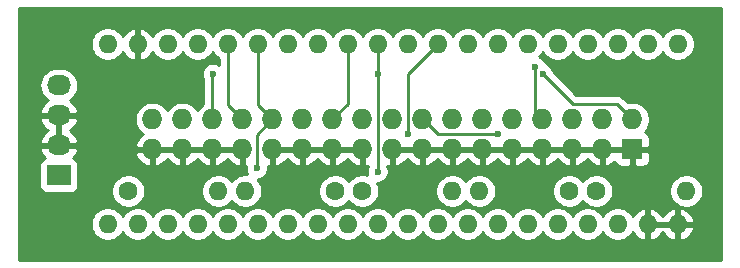
<source format=gbr>
G04 #@! TF.GenerationSoftware,KiCad,Pcbnew,(5.1.6-0-10_14)*
G04 #@! TF.CreationDate,2021-01-24T09:19:22+01:00*
G04 #@! TF.ProjectId,GW,47572e6b-6963-4616-945f-706362585858,rev?*
G04 #@! TF.SameCoordinates,Original*
G04 #@! TF.FileFunction,Copper,L2,Bot*
G04 #@! TF.FilePolarity,Positive*
%FSLAX46Y46*%
G04 Gerber Fmt 4.6, Leading zero omitted, Abs format (unit mm)*
G04 Created by KiCad (PCBNEW (5.1.6-0-10_14)) date 2021-01-24 09:19:22*
%MOMM*%
%LPD*%
G01*
G04 APERTURE LIST*
G04 #@! TA.AperFunction,ComponentPad*
%ADD10O,1.600000X1.600000*%
G04 #@! TD*
G04 #@! TA.AperFunction,ComponentPad*
%ADD11R,2.032000X1.727200*%
G04 #@! TD*
G04 #@! TA.AperFunction,ComponentPad*
%ADD12O,2.032000X1.727200*%
G04 #@! TD*
G04 #@! TA.AperFunction,ComponentPad*
%ADD13R,1.727200X1.727200*%
G04 #@! TD*
G04 #@! TA.AperFunction,ComponentPad*
%ADD14O,1.727200X1.727200*%
G04 #@! TD*
G04 #@! TA.AperFunction,ComponentPad*
%ADD15C,1.600000*%
G04 #@! TD*
G04 #@! TA.AperFunction,ViaPad*
%ADD16C,0.600000*%
G04 #@! TD*
G04 #@! TA.AperFunction,Conductor*
%ADD17C,0.250000*%
G04 #@! TD*
G04 #@! TA.AperFunction,Conductor*
%ADD18C,0.254000*%
G04 #@! TD*
G04 APERTURE END LIST*
D10*
X173355000Y-97790000D03*
X170815000Y-97790000D03*
X168275000Y-97790000D03*
X165735000Y-97790000D03*
X163195000Y-97790000D03*
X160655000Y-97790000D03*
X158115000Y-97790000D03*
X155575000Y-97790000D03*
X153035000Y-97790000D03*
X150495000Y-97790000D03*
X147955000Y-97790000D03*
X145415000Y-97790000D03*
X142875000Y-97790000D03*
X140335000Y-97790000D03*
X137795000Y-97790000D03*
X135255000Y-97790000D03*
X132715000Y-97790000D03*
X130175000Y-97790000D03*
X127635000Y-97790000D03*
X125095000Y-97790000D03*
X125095000Y-113030000D03*
X127635000Y-113030000D03*
X130175000Y-113030000D03*
X132715000Y-113030000D03*
X135255000Y-113030000D03*
X137795000Y-113030000D03*
X140335000Y-113030000D03*
X142875000Y-113030000D03*
X145415000Y-113030000D03*
X147955000Y-113030000D03*
X150495000Y-113030000D03*
X153035000Y-113030000D03*
X155575000Y-113030000D03*
X158115000Y-113030000D03*
X160655000Y-113030000D03*
X163195000Y-113030000D03*
X165735000Y-113030000D03*
X168275000Y-113030000D03*
X170815000Y-113030000D03*
X173355000Y-113030000D03*
D11*
X120967500Y-108902500D03*
D12*
X120967500Y-106362500D03*
X120967500Y-103822500D03*
X120967500Y-101282500D03*
D13*
X169514000Y-106692840D03*
D14*
X169514000Y-104152840D03*
X166974000Y-106692840D03*
X166974000Y-104152840D03*
X164434000Y-106692840D03*
X164434000Y-104152840D03*
X161894000Y-106692840D03*
X161894000Y-104152840D03*
X159354000Y-106692840D03*
X159354000Y-104152840D03*
X156814000Y-106692840D03*
X156814000Y-104152840D03*
X154274000Y-106692840D03*
X154274000Y-104152840D03*
X151734000Y-106692840D03*
X151734000Y-104152840D03*
X149194000Y-106692840D03*
X149194000Y-104152840D03*
X146654000Y-106692840D03*
X146654000Y-104152840D03*
X144114000Y-106692840D03*
X144114000Y-104152840D03*
X141574000Y-106692840D03*
X141574000Y-104152840D03*
X139034000Y-106692840D03*
X139034000Y-104152840D03*
X136494000Y-106692840D03*
X136494000Y-104152840D03*
X133954000Y-106692840D03*
X133954000Y-104152840D03*
X131414000Y-106692840D03*
X131414000Y-104152840D03*
X128874000Y-106692840D03*
X128874000Y-104152840D03*
D15*
X146659600Y-110236000D03*
D10*
X154279600Y-110236000D03*
D15*
X166471600Y-110236000D03*
D10*
X174091600Y-110236000D03*
X136753600Y-110236000D03*
D15*
X144373600Y-110236000D03*
X126847600Y-110236000D03*
D10*
X134467600Y-110236000D03*
X156565600Y-110236000D03*
D15*
X164185600Y-110236000D03*
D16*
X158115000Y-105410000D03*
X161290000Y-99695000D03*
X137718802Y-108305600D03*
X133985000Y-100330000D03*
X147955000Y-100330000D03*
X147955000Y-108585000D03*
X161925000Y-100330000D03*
X150495000Y-105410000D03*
D17*
X151734000Y-104152840D02*
X151777840Y-104152840D01*
X153035000Y-105410000D02*
X158115000Y-105410000D01*
X151777840Y-104152840D02*
X153035000Y-105410000D01*
X161894000Y-104109000D02*
X161894000Y-104152840D01*
X161290000Y-103505000D02*
X161894000Y-104109000D01*
X161290000Y-99695000D02*
X161290000Y-103505000D01*
X145415000Y-97790000D02*
X145415000Y-102851840D01*
X145415000Y-102851840D02*
X144114000Y-104152840D01*
X137795000Y-97790000D02*
X137795000Y-102913840D01*
X137795000Y-102913840D02*
X139034000Y-104152840D01*
X137718802Y-105468038D02*
X137718802Y-108305600D01*
X139034000Y-104152840D02*
X137718802Y-105468038D01*
X135255000Y-97790000D02*
X135255000Y-102913840D01*
X135255000Y-102913840D02*
X136494000Y-104152840D01*
X147955000Y-97790000D02*
X147955000Y-100330000D01*
X133954000Y-100361000D02*
X133954000Y-104152840D01*
X133985000Y-100330000D02*
X133954000Y-100361000D01*
X147955000Y-108585000D02*
X147955000Y-100330000D01*
X168231160Y-102870000D02*
X169514000Y-104152840D01*
X164465000Y-102870000D02*
X168231160Y-102870000D01*
X161925000Y-100330000D02*
X164465000Y-102870000D01*
X150495000Y-100330000D02*
X153035000Y-97790000D01*
X150495000Y-105410000D02*
X150495000Y-100330000D01*
D18*
G36*
X177038000Y-116078000D02*
G01*
X117602000Y-116078000D01*
X117602000Y-112888665D01*
X123660000Y-112888665D01*
X123660000Y-113171335D01*
X123715147Y-113448574D01*
X123823320Y-113709727D01*
X123980363Y-113944759D01*
X124180241Y-114144637D01*
X124415273Y-114301680D01*
X124676426Y-114409853D01*
X124953665Y-114465000D01*
X125236335Y-114465000D01*
X125513574Y-114409853D01*
X125774727Y-114301680D01*
X126009759Y-114144637D01*
X126209637Y-113944759D01*
X126365000Y-113712241D01*
X126520363Y-113944759D01*
X126720241Y-114144637D01*
X126955273Y-114301680D01*
X127216426Y-114409853D01*
X127493665Y-114465000D01*
X127776335Y-114465000D01*
X128053574Y-114409853D01*
X128314727Y-114301680D01*
X128549759Y-114144637D01*
X128749637Y-113944759D01*
X128905000Y-113712241D01*
X129060363Y-113944759D01*
X129260241Y-114144637D01*
X129495273Y-114301680D01*
X129756426Y-114409853D01*
X130033665Y-114465000D01*
X130316335Y-114465000D01*
X130593574Y-114409853D01*
X130854727Y-114301680D01*
X131089759Y-114144637D01*
X131289637Y-113944759D01*
X131445000Y-113712241D01*
X131600363Y-113944759D01*
X131800241Y-114144637D01*
X132035273Y-114301680D01*
X132296426Y-114409853D01*
X132573665Y-114465000D01*
X132856335Y-114465000D01*
X133133574Y-114409853D01*
X133394727Y-114301680D01*
X133629759Y-114144637D01*
X133829637Y-113944759D01*
X133985000Y-113712241D01*
X134140363Y-113944759D01*
X134340241Y-114144637D01*
X134575273Y-114301680D01*
X134836426Y-114409853D01*
X135113665Y-114465000D01*
X135396335Y-114465000D01*
X135673574Y-114409853D01*
X135934727Y-114301680D01*
X136169759Y-114144637D01*
X136369637Y-113944759D01*
X136525000Y-113712241D01*
X136680363Y-113944759D01*
X136880241Y-114144637D01*
X137115273Y-114301680D01*
X137376426Y-114409853D01*
X137653665Y-114465000D01*
X137936335Y-114465000D01*
X138213574Y-114409853D01*
X138474727Y-114301680D01*
X138709759Y-114144637D01*
X138909637Y-113944759D01*
X139065000Y-113712241D01*
X139220363Y-113944759D01*
X139420241Y-114144637D01*
X139655273Y-114301680D01*
X139916426Y-114409853D01*
X140193665Y-114465000D01*
X140476335Y-114465000D01*
X140753574Y-114409853D01*
X141014727Y-114301680D01*
X141249759Y-114144637D01*
X141449637Y-113944759D01*
X141605000Y-113712241D01*
X141760363Y-113944759D01*
X141960241Y-114144637D01*
X142195273Y-114301680D01*
X142456426Y-114409853D01*
X142733665Y-114465000D01*
X143016335Y-114465000D01*
X143293574Y-114409853D01*
X143554727Y-114301680D01*
X143789759Y-114144637D01*
X143989637Y-113944759D01*
X144145000Y-113712241D01*
X144300363Y-113944759D01*
X144500241Y-114144637D01*
X144735273Y-114301680D01*
X144996426Y-114409853D01*
X145273665Y-114465000D01*
X145556335Y-114465000D01*
X145833574Y-114409853D01*
X146094727Y-114301680D01*
X146329759Y-114144637D01*
X146529637Y-113944759D01*
X146685000Y-113712241D01*
X146840363Y-113944759D01*
X147040241Y-114144637D01*
X147275273Y-114301680D01*
X147536426Y-114409853D01*
X147813665Y-114465000D01*
X148096335Y-114465000D01*
X148373574Y-114409853D01*
X148634727Y-114301680D01*
X148869759Y-114144637D01*
X149069637Y-113944759D01*
X149225000Y-113712241D01*
X149380363Y-113944759D01*
X149580241Y-114144637D01*
X149815273Y-114301680D01*
X150076426Y-114409853D01*
X150353665Y-114465000D01*
X150636335Y-114465000D01*
X150913574Y-114409853D01*
X151174727Y-114301680D01*
X151409759Y-114144637D01*
X151609637Y-113944759D01*
X151765000Y-113712241D01*
X151920363Y-113944759D01*
X152120241Y-114144637D01*
X152355273Y-114301680D01*
X152616426Y-114409853D01*
X152893665Y-114465000D01*
X153176335Y-114465000D01*
X153453574Y-114409853D01*
X153714727Y-114301680D01*
X153949759Y-114144637D01*
X154149637Y-113944759D01*
X154305000Y-113712241D01*
X154460363Y-113944759D01*
X154660241Y-114144637D01*
X154895273Y-114301680D01*
X155156426Y-114409853D01*
X155433665Y-114465000D01*
X155716335Y-114465000D01*
X155993574Y-114409853D01*
X156254727Y-114301680D01*
X156489759Y-114144637D01*
X156689637Y-113944759D01*
X156845000Y-113712241D01*
X157000363Y-113944759D01*
X157200241Y-114144637D01*
X157435273Y-114301680D01*
X157696426Y-114409853D01*
X157973665Y-114465000D01*
X158256335Y-114465000D01*
X158533574Y-114409853D01*
X158794727Y-114301680D01*
X159029759Y-114144637D01*
X159229637Y-113944759D01*
X159385000Y-113712241D01*
X159540363Y-113944759D01*
X159740241Y-114144637D01*
X159975273Y-114301680D01*
X160236426Y-114409853D01*
X160513665Y-114465000D01*
X160796335Y-114465000D01*
X161073574Y-114409853D01*
X161334727Y-114301680D01*
X161569759Y-114144637D01*
X161769637Y-113944759D01*
X161925000Y-113712241D01*
X162080363Y-113944759D01*
X162280241Y-114144637D01*
X162515273Y-114301680D01*
X162776426Y-114409853D01*
X163053665Y-114465000D01*
X163336335Y-114465000D01*
X163613574Y-114409853D01*
X163874727Y-114301680D01*
X164109759Y-114144637D01*
X164309637Y-113944759D01*
X164465000Y-113712241D01*
X164620363Y-113944759D01*
X164820241Y-114144637D01*
X165055273Y-114301680D01*
X165316426Y-114409853D01*
X165593665Y-114465000D01*
X165876335Y-114465000D01*
X166153574Y-114409853D01*
X166414727Y-114301680D01*
X166649759Y-114144637D01*
X166849637Y-113944759D01*
X167005000Y-113712241D01*
X167160363Y-113944759D01*
X167360241Y-114144637D01*
X167595273Y-114301680D01*
X167856426Y-114409853D01*
X168133665Y-114465000D01*
X168416335Y-114465000D01*
X168693574Y-114409853D01*
X168954727Y-114301680D01*
X169189759Y-114144637D01*
X169389637Y-113944759D01*
X169546680Y-113709727D01*
X169551067Y-113699135D01*
X169662615Y-113885131D01*
X169851586Y-114093519D01*
X170077580Y-114261037D01*
X170331913Y-114381246D01*
X170465961Y-114421904D01*
X170688000Y-114299915D01*
X170688000Y-113157000D01*
X170942000Y-113157000D01*
X170942000Y-114299915D01*
X171164039Y-114421904D01*
X171298087Y-114381246D01*
X171552420Y-114261037D01*
X171778414Y-114093519D01*
X171967385Y-113885131D01*
X172085000Y-113689018D01*
X172202615Y-113885131D01*
X172391586Y-114093519D01*
X172617580Y-114261037D01*
X172871913Y-114381246D01*
X173005961Y-114421904D01*
X173228000Y-114299915D01*
X173228000Y-113157000D01*
X173482000Y-113157000D01*
X173482000Y-114299915D01*
X173704039Y-114421904D01*
X173838087Y-114381246D01*
X174092420Y-114261037D01*
X174318414Y-114093519D01*
X174507385Y-113885131D01*
X174652070Y-113643881D01*
X174746909Y-113379040D01*
X174625624Y-113157000D01*
X173482000Y-113157000D01*
X173228000Y-113157000D01*
X170942000Y-113157000D01*
X170688000Y-113157000D01*
X170668000Y-113157000D01*
X170668000Y-112903000D01*
X170688000Y-112903000D01*
X170688000Y-111760085D01*
X170942000Y-111760085D01*
X170942000Y-112903000D01*
X173228000Y-112903000D01*
X173228000Y-111760085D01*
X173482000Y-111760085D01*
X173482000Y-112903000D01*
X174625624Y-112903000D01*
X174746909Y-112680960D01*
X174652070Y-112416119D01*
X174507385Y-112174869D01*
X174318414Y-111966481D01*
X174092420Y-111798963D01*
X173838087Y-111678754D01*
X173704039Y-111638096D01*
X173482000Y-111760085D01*
X173228000Y-111760085D01*
X173005961Y-111638096D01*
X172871913Y-111678754D01*
X172617580Y-111798963D01*
X172391586Y-111966481D01*
X172202615Y-112174869D01*
X172085000Y-112370982D01*
X171967385Y-112174869D01*
X171778414Y-111966481D01*
X171552420Y-111798963D01*
X171298087Y-111678754D01*
X171164039Y-111638096D01*
X170942000Y-111760085D01*
X170688000Y-111760085D01*
X170465961Y-111638096D01*
X170331913Y-111678754D01*
X170077580Y-111798963D01*
X169851586Y-111966481D01*
X169662615Y-112174869D01*
X169551067Y-112360865D01*
X169546680Y-112350273D01*
X169389637Y-112115241D01*
X169189759Y-111915363D01*
X168954727Y-111758320D01*
X168693574Y-111650147D01*
X168416335Y-111595000D01*
X168133665Y-111595000D01*
X167856426Y-111650147D01*
X167595273Y-111758320D01*
X167360241Y-111915363D01*
X167160363Y-112115241D01*
X167005000Y-112347759D01*
X166849637Y-112115241D01*
X166649759Y-111915363D01*
X166414727Y-111758320D01*
X166153574Y-111650147D01*
X165876335Y-111595000D01*
X165593665Y-111595000D01*
X165316426Y-111650147D01*
X165055273Y-111758320D01*
X164820241Y-111915363D01*
X164620363Y-112115241D01*
X164465000Y-112347759D01*
X164309637Y-112115241D01*
X164109759Y-111915363D01*
X163874727Y-111758320D01*
X163613574Y-111650147D01*
X163336335Y-111595000D01*
X163053665Y-111595000D01*
X162776426Y-111650147D01*
X162515273Y-111758320D01*
X162280241Y-111915363D01*
X162080363Y-112115241D01*
X161925000Y-112347759D01*
X161769637Y-112115241D01*
X161569759Y-111915363D01*
X161334727Y-111758320D01*
X161073574Y-111650147D01*
X160796335Y-111595000D01*
X160513665Y-111595000D01*
X160236426Y-111650147D01*
X159975273Y-111758320D01*
X159740241Y-111915363D01*
X159540363Y-112115241D01*
X159385000Y-112347759D01*
X159229637Y-112115241D01*
X159029759Y-111915363D01*
X158794727Y-111758320D01*
X158533574Y-111650147D01*
X158256335Y-111595000D01*
X157973665Y-111595000D01*
X157696426Y-111650147D01*
X157435273Y-111758320D01*
X157200241Y-111915363D01*
X157000363Y-112115241D01*
X156845000Y-112347759D01*
X156689637Y-112115241D01*
X156489759Y-111915363D01*
X156254727Y-111758320D01*
X155993574Y-111650147D01*
X155716335Y-111595000D01*
X155433665Y-111595000D01*
X155156426Y-111650147D01*
X154895273Y-111758320D01*
X154660241Y-111915363D01*
X154460363Y-112115241D01*
X154305000Y-112347759D01*
X154149637Y-112115241D01*
X153949759Y-111915363D01*
X153714727Y-111758320D01*
X153453574Y-111650147D01*
X153176335Y-111595000D01*
X152893665Y-111595000D01*
X152616426Y-111650147D01*
X152355273Y-111758320D01*
X152120241Y-111915363D01*
X151920363Y-112115241D01*
X151765000Y-112347759D01*
X151609637Y-112115241D01*
X151409759Y-111915363D01*
X151174727Y-111758320D01*
X150913574Y-111650147D01*
X150636335Y-111595000D01*
X150353665Y-111595000D01*
X150076426Y-111650147D01*
X149815273Y-111758320D01*
X149580241Y-111915363D01*
X149380363Y-112115241D01*
X149225000Y-112347759D01*
X149069637Y-112115241D01*
X148869759Y-111915363D01*
X148634727Y-111758320D01*
X148373574Y-111650147D01*
X148096335Y-111595000D01*
X147813665Y-111595000D01*
X147536426Y-111650147D01*
X147275273Y-111758320D01*
X147040241Y-111915363D01*
X146840363Y-112115241D01*
X146685000Y-112347759D01*
X146529637Y-112115241D01*
X146329759Y-111915363D01*
X146094727Y-111758320D01*
X145833574Y-111650147D01*
X145556335Y-111595000D01*
X145273665Y-111595000D01*
X144996426Y-111650147D01*
X144735273Y-111758320D01*
X144500241Y-111915363D01*
X144300363Y-112115241D01*
X144145000Y-112347759D01*
X143989637Y-112115241D01*
X143789759Y-111915363D01*
X143554727Y-111758320D01*
X143293574Y-111650147D01*
X143016335Y-111595000D01*
X142733665Y-111595000D01*
X142456426Y-111650147D01*
X142195273Y-111758320D01*
X141960241Y-111915363D01*
X141760363Y-112115241D01*
X141605000Y-112347759D01*
X141449637Y-112115241D01*
X141249759Y-111915363D01*
X141014727Y-111758320D01*
X140753574Y-111650147D01*
X140476335Y-111595000D01*
X140193665Y-111595000D01*
X139916426Y-111650147D01*
X139655273Y-111758320D01*
X139420241Y-111915363D01*
X139220363Y-112115241D01*
X139065000Y-112347759D01*
X138909637Y-112115241D01*
X138709759Y-111915363D01*
X138474727Y-111758320D01*
X138213574Y-111650147D01*
X137936335Y-111595000D01*
X137653665Y-111595000D01*
X137376426Y-111650147D01*
X137115273Y-111758320D01*
X136880241Y-111915363D01*
X136680363Y-112115241D01*
X136525000Y-112347759D01*
X136369637Y-112115241D01*
X136169759Y-111915363D01*
X135934727Y-111758320D01*
X135673574Y-111650147D01*
X135396335Y-111595000D01*
X135113665Y-111595000D01*
X134836426Y-111650147D01*
X134575273Y-111758320D01*
X134340241Y-111915363D01*
X134140363Y-112115241D01*
X133985000Y-112347759D01*
X133829637Y-112115241D01*
X133629759Y-111915363D01*
X133394727Y-111758320D01*
X133133574Y-111650147D01*
X132856335Y-111595000D01*
X132573665Y-111595000D01*
X132296426Y-111650147D01*
X132035273Y-111758320D01*
X131800241Y-111915363D01*
X131600363Y-112115241D01*
X131445000Y-112347759D01*
X131289637Y-112115241D01*
X131089759Y-111915363D01*
X130854727Y-111758320D01*
X130593574Y-111650147D01*
X130316335Y-111595000D01*
X130033665Y-111595000D01*
X129756426Y-111650147D01*
X129495273Y-111758320D01*
X129260241Y-111915363D01*
X129060363Y-112115241D01*
X128905000Y-112347759D01*
X128749637Y-112115241D01*
X128549759Y-111915363D01*
X128314727Y-111758320D01*
X128053574Y-111650147D01*
X127776335Y-111595000D01*
X127493665Y-111595000D01*
X127216426Y-111650147D01*
X126955273Y-111758320D01*
X126720241Y-111915363D01*
X126520363Y-112115241D01*
X126365000Y-112347759D01*
X126209637Y-112115241D01*
X126009759Y-111915363D01*
X125774727Y-111758320D01*
X125513574Y-111650147D01*
X125236335Y-111595000D01*
X124953665Y-111595000D01*
X124676426Y-111650147D01*
X124415273Y-111758320D01*
X124180241Y-111915363D01*
X123980363Y-112115241D01*
X123823320Y-112350273D01*
X123715147Y-112611426D01*
X123660000Y-112888665D01*
X117602000Y-112888665D01*
X117602000Y-108038900D01*
X119313428Y-108038900D01*
X119313428Y-109766100D01*
X119325688Y-109890582D01*
X119361998Y-110010280D01*
X119420963Y-110120594D01*
X119500315Y-110217285D01*
X119597006Y-110296637D01*
X119707320Y-110355602D01*
X119827018Y-110391912D01*
X119951500Y-110404172D01*
X121983500Y-110404172D01*
X122107982Y-110391912D01*
X122227680Y-110355602D01*
X122337994Y-110296637D01*
X122434685Y-110217285D01*
X122514037Y-110120594D01*
X122527896Y-110094665D01*
X125412600Y-110094665D01*
X125412600Y-110377335D01*
X125467747Y-110654574D01*
X125575920Y-110915727D01*
X125732963Y-111150759D01*
X125932841Y-111350637D01*
X126167873Y-111507680D01*
X126429026Y-111615853D01*
X126706265Y-111671000D01*
X126988935Y-111671000D01*
X127266174Y-111615853D01*
X127527327Y-111507680D01*
X127762359Y-111350637D01*
X127962237Y-111150759D01*
X128119280Y-110915727D01*
X128227453Y-110654574D01*
X128282600Y-110377335D01*
X128282600Y-110094665D01*
X128227453Y-109817426D01*
X128119280Y-109556273D01*
X127962237Y-109321241D01*
X127762359Y-109121363D01*
X127527327Y-108964320D01*
X127266174Y-108856147D01*
X126988935Y-108801000D01*
X126706265Y-108801000D01*
X126429026Y-108856147D01*
X126167873Y-108964320D01*
X125932841Y-109121363D01*
X125732963Y-109321241D01*
X125575920Y-109556273D01*
X125467747Y-109817426D01*
X125412600Y-110094665D01*
X122527896Y-110094665D01*
X122573002Y-110010280D01*
X122609312Y-109890582D01*
X122621572Y-109766100D01*
X122621572Y-108038900D01*
X122609312Y-107914418D01*
X122573002Y-107794720D01*
X122514037Y-107684406D01*
X122434685Y-107587715D01*
X122337994Y-107508363D01*
X122227680Y-107449398D01*
X122165588Y-107430563D01*
X122318233Y-107264535D01*
X122447767Y-107051867D01*
X127419037Y-107051867D01*
X127517036Y-107328818D01*
X127667183Y-107581328D01*
X127863707Y-107799694D01*
X128099056Y-107975524D01*
X128364186Y-108102062D01*
X128514974Y-108147798D01*
X128747000Y-108026657D01*
X128747000Y-106819840D01*
X129001000Y-106819840D01*
X129001000Y-108026657D01*
X129233026Y-108147798D01*
X129383814Y-108102062D01*
X129648944Y-107975524D01*
X129884293Y-107799694D01*
X130080817Y-107581328D01*
X130144000Y-107475070D01*
X130207183Y-107581328D01*
X130403707Y-107799694D01*
X130639056Y-107975524D01*
X130904186Y-108102062D01*
X131054974Y-108147798D01*
X131287000Y-108026657D01*
X131287000Y-106819840D01*
X131541000Y-106819840D01*
X131541000Y-108026657D01*
X131773026Y-108147798D01*
X131923814Y-108102062D01*
X132188944Y-107975524D01*
X132424293Y-107799694D01*
X132620817Y-107581328D01*
X132684000Y-107475070D01*
X132747183Y-107581328D01*
X132943707Y-107799694D01*
X133179056Y-107975524D01*
X133444186Y-108102062D01*
X133594974Y-108147798D01*
X133827000Y-108026657D01*
X133827000Y-106819840D01*
X134081000Y-106819840D01*
X134081000Y-108026657D01*
X134313026Y-108147798D01*
X134463814Y-108102062D01*
X134728944Y-107975524D01*
X134964293Y-107799694D01*
X135160817Y-107581328D01*
X135224000Y-107475070D01*
X135287183Y-107581328D01*
X135483707Y-107799694D01*
X135719056Y-107975524D01*
X135984186Y-108102062D01*
X136134974Y-108147798D01*
X136367000Y-108026657D01*
X136367000Y-106819840D01*
X134081000Y-106819840D01*
X133827000Y-106819840D01*
X131541000Y-106819840D01*
X131287000Y-106819840D01*
X129001000Y-106819840D01*
X128747000Y-106819840D01*
X127539536Y-106819840D01*
X127419037Y-107051867D01*
X122447767Y-107051867D01*
X122471186Y-107013419D01*
X122572209Y-106737289D01*
X122574858Y-106721526D01*
X122453717Y-106489500D01*
X121094500Y-106489500D01*
X121094500Y-106509500D01*
X120840500Y-106509500D01*
X120840500Y-106489500D01*
X119481283Y-106489500D01*
X119360142Y-106721526D01*
X119362791Y-106737289D01*
X119463814Y-107013419D01*
X119616767Y-107264535D01*
X119769412Y-107430563D01*
X119707320Y-107449398D01*
X119597006Y-107508363D01*
X119500315Y-107587715D01*
X119420963Y-107684406D01*
X119361998Y-107794720D01*
X119325688Y-107914418D01*
X119313428Y-108038900D01*
X117602000Y-108038900D01*
X117602000Y-104181526D01*
X119360142Y-104181526D01*
X119362791Y-104197289D01*
X119463814Y-104473419D01*
X119616767Y-104724535D01*
X119815771Y-104940986D01*
X120023133Y-105092500D01*
X119815771Y-105244014D01*
X119616767Y-105460465D01*
X119463814Y-105711581D01*
X119362791Y-105987711D01*
X119360142Y-106003474D01*
X119481283Y-106235500D01*
X120840500Y-106235500D01*
X120840500Y-103949500D01*
X121094500Y-103949500D01*
X121094500Y-106235500D01*
X122453717Y-106235500D01*
X122574858Y-106003474D01*
X122572209Y-105987711D01*
X122471186Y-105711581D01*
X122318233Y-105460465D01*
X122119229Y-105244014D01*
X121911867Y-105092500D01*
X122119229Y-104940986D01*
X122318233Y-104724535D01*
X122471186Y-104473419D01*
X122572209Y-104197289D01*
X122574858Y-104181526D01*
X122482820Y-104005241D01*
X127375400Y-104005241D01*
X127375400Y-104300439D01*
X127432990Y-104589965D01*
X127545958Y-104862693D01*
X127709961Y-105108142D01*
X127918698Y-105316879D01*
X128079813Y-105424532D01*
X127863707Y-105585986D01*
X127667183Y-105804352D01*
X127517036Y-106056862D01*
X127419037Y-106333813D01*
X127539536Y-106565840D01*
X128747000Y-106565840D01*
X128747000Y-106545840D01*
X129001000Y-106545840D01*
X129001000Y-106565840D01*
X131287000Y-106565840D01*
X131287000Y-106545840D01*
X131541000Y-106545840D01*
X131541000Y-106565840D01*
X133827000Y-106565840D01*
X133827000Y-106545840D01*
X134081000Y-106545840D01*
X134081000Y-106565840D01*
X136367000Y-106565840D01*
X136367000Y-106545840D01*
X136621000Y-106545840D01*
X136621000Y-106565840D01*
X136641000Y-106565840D01*
X136641000Y-106819840D01*
X136621000Y-106819840D01*
X136621000Y-108026657D01*
X136802156Y-108121239D01*
X136783802Y-108213511D01*
X136783802Y-108397689D01*
X136819734Y-108578329D01*
X136890216Y-108748489D01*
X136929958Y-108807967D01*
X136894935Y-108801000D01*
X136612265Y-108801000D01*
X136335026Y-108856147D01*
X136073873Y-108964320D01*
X135838841Y-109121363D01*
X135638963Y-109321241D01*
X135610600Y-109363689D01*
X135582237Y-109321241D01*
X135382359Y-109121363D01*
X135147327Y-108964320D01*
X134886174Y-108856147D01*
X134608935Y-108801000D01*
X134326265Y-108801000D01*
X134049026Y-108856147D01*
X133787873Y-108964320D01*
X133552841Y-109121363D01*
X133352963Y-109321241D01*
X133195920Y-109556273D01*
X133087747Y-109817426D01*
X133032600Y-110094665D01*
X133032600Y-110377335D01*
X133087747Y-110654574D01*
X133195920Y-110915727D01*
X133352963Y-111150759D01*
X133552841Y-111350637D01*
X133787873Y-111507680D01*
X134049026Y-111615853D01*
X134326265Y-111671000D01*
X134608935Y-111671000D01*
X134886174Y-111615853D01*
X135147327Y-111507680D01*
X135382359Y-111350637D01*
X135582237Y-111150759D01*
X135610600Y-111108311D01*
X135638963Y-111150759D01*
X135838841Y-111350637D01*
X136073873Y-111507680D01*
X136335026Y-111615853D01*
X136612265Y-111671000D01*
X136894935Y-111671000D01*
X137172174Y-111615853D01*
X137433327Y-111507680D01*
X137668359Y-111350637D01*
X137868237Y-111150759D01*
X138025280Y-110915727D01*
X138133453Y-110654574D01*
X138188600Y-110377335D01*
X138188600Y-110094665D01*
X138133453Y-109817426D01*
X138025280Y-109556273D01*
X137868237Y-109321241D01*
X137787596Y-109240600D01*
X137810891Y-109240600D01*
X137991531Y-109204668D01*
X138161691Y-109134186D01*
X138314830Y-109031862D01*
X138445064Y-108901628D01*
X138547388Y-108748489D01*
X138617870Y-108578329D01*
X138653802Y-108397689D01*
X138653802Y-108213511D01*
X138638532Y-108136745D01*
X138674974Y-108147798D01*
X138907000Y-108026657D01*
X138907000Y-106819840D01*
X139161000Y-106819840D01*
X139161000Y-108026657D01*
X139393026Y-108147798D01*
X139543814Y-108102062D01*
X139808944Y-107975524D01*
X140044293Y-107799694D01*
X140240817Y-107581328D01*
X140304000Y-107475070D01*
X140367183Y-107581328D01*
X140563707Y-107799694D01*
X140799056Y-107975524D01*
X141064186Y-108102062D01*
X141214974Y-108147798D01*
X141447000Y-108026657D01*
X141447000Y-106819840D01*
X141701000Y-106819840D01*
X141701000Y-108026657D01*
X141933026Y-108147798D01*
X142083814Y-108102062D01*
X142348944Y-107975524D01*
X142584293Y-107799694D01*
X142780817Y-107581328D01*
X142844000Y-107475070D01*
X142907183Y-107581328D01*
X143103707Y-107799694D01*
X143339056Y-107975524D01*
X143604186Y-108102062D01*
X143754974Y-108147798D01*
X143987000Y-108026657D01*
X143987000Y-106819840D01*
X144241000Y-106819840D01*
X144241000Y-108026657D01*
X144473026Y-108147798D01*
X144623814Y-108102062D01*
X144888944Y-107975524D01*
X145124293Y-107799694D01*
X145320817Y-107581328D01*
X145384000Y-107475070D01*
X145447183Y-107581328D01*
X145643707Y-107799694D01*
X145879056Y-107975524D01*
X146144186Y-108102062D01*
X146294974Y-108147798D01*
X146527000Y-108026657D01*
X146527000Y-106819840D01*
X144241000Y-106819840D01*
X143987000Y-106819840D01*
X141701000Y-106819840D01*
X141447000Y-106819840D01*
X139161000Y-106819840D01*
X138907000Y-106819840D01*
X138887000Y-106819840D01*
X138887000Y-106565840D01*
X138907000Y-106565840D01*
X138907000Y-106545840D01*
X139161000Y-106545840D01*
X139161000Y-106565840D01*
X141447000Y-106565840D01*
X141447000Y-106545840D01*
X141701000Y-106545840D01*
X141701000Y-106565840D01*
X143987000Y-106565840D01*
X143987000Y-106545840D01*
X144241000Y-106545840D01*
X144241000Y-106565840D01*
X146527000Y-106565840D01*
X146527000Y-106545840D01*
X146781000Y-106545840D01*
X146781000Y-106565840D01*
X146801000Y-106565840D01*
X146801000Y-106819840D01*
X146781000Y-106819840D01*
X146781000Y-108026657D01*
X147013026Y-108147798D01*
X147150469Y-108106110D01*
X147126414Y-108142111D01*
X147055932Y-108312271D01*
X147020000Y-108492911D01*
X147020000Y-108677089D01*
X147054688Y-108851475D01*
X146800935Y-108801000D01*
X146518265Y-108801000D01*
X146241026Y-108856147D01*
X145979873Y-108964320D01*
X145744841Y-109121363D01*
X145544963Y-109321241D01*
X145516600Y-109363689D01*
X145488237Y-109321241D01*
X145288359Y-109121363D01*
X145053327Y-108964320D01*
X144792174Y-108856147D01*
X144514935Y-108801000D01*
X144232265Y-108801000D01*
X143955026Y-108856147D01*
X143693873Y-108964320D01*
X143458841Y-109121363D01*
X143258963Y-109321241D01*
X143101920Y-109556273D01*
X142993747Y-109817426D01*
X142938600Y-110094665D01*
X142938600Y-110377335D01*
X142993747Y-110654574D01*
X143101920Y-110915727D01*
X143258963Y-111150759D01*
X143458841Y-111350637D01*
X143693873Y-111507680D01*
X143955026Y-111615853D01*
X144232265Y-111671000D01*
X144514935Y-111671000D01*
X144792174Y-111615853D01*
X145053327Y-111507680D01*
X145288359Y-111350637D01*
X145488237Y-111150759D01*
X145516600Y-111108311D01*
X145544963Y-111150759D01*
X145744841Y-111350637D01*
X145979873Y-111507680D01*
X146241026Y-111615853D01*
X146518265Y-111671000D01*
X146800935Y-111671000D01*
X147078174Y-111615853D01*
X147339327Y-111507680D01*
X147574359Y-111350637D01*
X147774237Y-111150759D01*
X147931280Y-110915727D01*
X148039453Y-110654574D01*
X148094600Y-110377335D01*
X148094600Y-110094665D01*
X152844600Y-110094665D01*
X152844600Y-110377335D01*
X152899747Y-110654574D01*
X153007920Y-110915727D01*
X153164963Y-111150759D01*
X153364841Y-111350637D01*
X153599873Y-111507680D01*
X153861026Y-111615853D01*
X154138265Y-111671000D01*
X154420935Y-111671000D01*
X154698174Y-111615853D01*
X154959327Y-111507680D01*
X155194359Y-111350637D01*
X155394237Y-111150759D01*
X155422600Y-111108311D01*
X155450963Y-111150759D01*
X155650841Y-111350637D01*
X155885873Y-111507680D01*
X156147026Y-111615853D01*
X156424265Y-111671000D01*
X156706935Y-111671000D01*
X156984174Y-111615853D01*
X157245327Y-111507680D01*
X157480359Y-111350637D01*
X157680237Y-111150759D01*
X157837280Y-110915727D01*
X157945453Y-110654574D01*
X158000600Y-110377335D01*
X158000600Y-110094665D01*
X162750600Y-110094665D01*
X162750600Y-110377335D01*
X162805747Y-110654574D01*
X162913920Y-110915727D01*
X163070963Y-111150759D01*
X163270841Y-111350637D01*
X163505873Y-111507680D01*
X163767026Y-111615853D01*
X164044265Y-111671000D01*
X164326935Y-111671000D01*
X164604174Y-111615853D01*
X164865327Y-111507680D01*
X165100359Y-111350637D01*
X165300237Y-111150759D01*
X165328600Y-111108311D01*
X165356963Y-111150759D01*
X165556841Y-111350637D01*
X165791873Y-111507680D01*
X166053026Y-111615853D01*
X166330265Y-111671000D01*
X166612935Y-111671000D01*
X166890174Y-111615853D01*
X167151327Y-111507680D01*
X167386359Y-111350637D01*
X167586237Y-111150759D01*
X167743280Y-110915727D01*
X167851453Y-110654574D01*
X167906600Y-110377335D01*
X167906600Y-110094665D01*
X172656600Y-110094665D01*
X172656600Y-110377335D01*
X172711747Y-110654574D01*
X172819920Y-110915727D01*
X172976963Y-111150759D01*
X173176841Y-111350637D01*
X173411873Y-111507680D01*
X173673026Y-111615853D01*
X173950265Y-111671000D01*
X174232935Y-111671000D01*
X174510174Y-111615853D01*
X174771327Y-111507680D01*
X175006359Y-111350637D01*
X175206237Y-111150759D01*
X175363280Y-110915727D01*
X175471453Y-110654574D01*
X175526600Y-110377335D01*
X175526600Y-110094665D01*
X175471453Y-109817426D01*
X175363280Y-109556273D01*
X175206237Y-109321241D01*
X175006359Y-109121363D01*
X174771327Y-108964320D01*
X174510174Y-108856147D01*
X174232935Y-108801000D01*
X173950265Y-108801000D01*
X173673026Y-108856147D01*
X173411873Y-108964320D01*
X173176841Y-109121363D01*
X172976963Y-109321241D01*
X172819920Y-109556273D01*
X172711747Y-109817426D01*
X172656600Y-110094665D01*
X167906600Y-110094665D01*
X167851453Y-109817426D01*
X167743280Y-109556273D01*
X167586237Y-109321241D01*
X167386359Y-109121363D01*
X167151327Y-108964320D01*
X166890174Y-108856147D01*
X166612935Y-108801000D01*
X166330265Y-108801000D01*
X166053026Y-108856147D01*
X165791873Y-108964320D01*
X165556841Y-109121363D01*
X165356963Y-109321241D01*
X165328600Y-109363689D01*
X165300237Y-109321241D01*
X165100359Y-109121363D01*
X164865327Y-108964320D01*
X164604174Y-108856147D01*
X164326935Y-108801000D01*
X164044265Y-108801000D01*
X163767026Y-108856147D01*
X163505873Y-108964320D01*
X163270841Y-109121363D01*
X163070963Y-109321241D01*
X162913920Y-109556273D01*
X162805747Y-109817426D01*
X162750600Y-110094665D01*
X158000600Y-110094665D01*
X157945453Y-109817426D01*
X157837280Y-109556273D01*
X157680237Y-109321241D01*
X157480359Y-109121363D01*
X157245327Y-108964320D01*
X156984174Y-108856147D01*
X156706935Y-108801000D01*
X156424265Y-108801000D01*
X156147026Y-108856147D01*
X155885873Y-108964320D01*
X155650841Y-109121363D01*
X155450963Y-109321241D01*
X155422600Y-109363689D01*
X155394237Y-109321241D01*
X155194359Y-109121363D01*
X154959327Y-108964320D01*
X154698174Y-108856147D01*
X154420935Y-108801000D01*
X154138265Y-108801000D01*
X153861026Y-108856147D01*
X153599873Y-108964320D01*
X153364841Y-109121363D01*
X153164963Y-109321241D01*
X153007920Y-109556273D01*
X152899747Y-109817426D01*
X152844600Y-110094665D01*
X148094600Y-110094665D01*
X148039453Y-109817426D01*
X147931280Y-109556273D01*
X147907043Y-109520000D01*
X148047089Y-109520000D01*
X148227729Y-109484068D01*
X148397889Y-109413586D01*
X148551028Y-109311262D01*
X148681262Y-109181028D01*
X148783586Y-109027889D01*
X148854068Y-108857729D01*
X148890000Y-108677089D01*
X148890000Y-108492911D01*
X148854068Y-108312271D01*
X148783586Y-108142111D01*
X148775290Y-108129695D01*
X148834974Y-108147798D01*
X149067000Y-108026657D01*
X149067000Y-106819840D01*
X149321000Y-106819840D01*
X149321000Y-108026657D01*
X149553026Y-108147798D01*
X149703814Y-108102062D01*
X149968944Y-107975524D01*
X150204293Y-107799694D01*
X150400817Y-107581328D01*
X150464000Y-107475070D01*
X150527183Y-107581328D01*
X150723707Y-107799694D01*
X150959056Y-107975524D01*
X151224186Y-108102062D01*
X151374974Y-108147798D01*
X151607000Y-108026657D01*
X151607000Y-106819840D01*
X151861000Y-106819840D01*
X151861000Y-108026657D01*
X152093026Y-108147798D01*
X152243814Y-108102062D01*
X152508944Y-107975524D01*
X152744293Y-107799694D01*
X152940817Y-107581328D01*
X153004000Y-107475070D01*
X153067183Y-107581328D01*
X153263707Y-107799694D01*
X153499056Y-107975524D01*
X153764186Y-108102062D01*
X153914974Y-108147798D01*
X154147000Y-108026657D01*
X154147000Y-106819840D01*
X154401000Y-106819840D01*
X154401000Y-108026657D01*
X154633026Y-108147798D01*
X154783814Y-108102062D01*
X155048944Y-107975524D01*
X155284293Y-107799694D01*
X155480817Y-107581328D01*
X155544000Y-107475070D01*
X155607183Y-107581328D01*
X155803707Y-107799694D01*
X156039056Y-107975524D01*
X156304186Y-108102062D01*
X156454974Y-108147798D01*
X156687000Y-108026657D01*
X156687000Y-106819840D01*
X156941000Y-106819840D01*
X156941000Y-108026657D01*
X157173026Y-108147798D01*
X157323814Y-108102062D01*
X157588944Y-107975524D01*
X157824293Y-107799694D01*
X158020817Y-107581328D01*
X158084000Y-107475070D01*
X158147183Y-107581328D01*
X158343707Y-107799694D01*
X158579056Y-107975524D01*
X158844186Y-108102062D01*
X158994974Y-108147798D01*
X159227000Y-108026657D01*
X159227000Y-106819840D01*
X159481000Y-106819840D01*
X159481000Y-108026657D01*
X159713026Y-108147798D01*
X159863814Y-108102062D01*
X160128944Y-107975524D01*
X160364293Y-107799694D01*
X160560817Y-107581328D01*
X160624000Y-107475070D01*
X160687183Y-107581328D01*
X160883707Y-107799694D01*
X161119056Y-107975524D01*
X161384186Y-108102062D01*
X161534974Y-108147798D01*
X161767000Y-108026657D01*
X161767000Y-106819840D01*
X162021000Y-106819840D01*
X162021000Y-108026657D01*
X162253026Y-108147798D01*
X162403814Y-108102062D01*
X162668944Y-107975524D01*
X162904293Y-107799694D01*
X163100817Y-107581328D01*
X163164000Y-107475070D01*
X163227183Y-107581328D01*
X163423707Y-107799694D01*
X163659056Y-107975524D01*
X163924186Y-108102062D01*
X164074974Y-108147798D01*
X164307000Y-108026657D01*
X164307000Y-106819840D01*
X164561000Y-106819840D01*
X164561000Y-108026657D01*
X164793026Y-108147798D01*
X164943814Y-108102062D01*
X165208944Y-107975524D01*
X165444293Y-107799694D01*
X165640817Y-107581328D01*
X165704000Y-107475070D01*
X165767183Y-107581328D01*
X165963707Y-107799694D01*
X166199056Y-107975524D01*
X166464186Y-108102062D01*
X166614974Y-108147798D01*
X166847000Y-108026657D01*
X166847000Y-106819840D01*
X167101000Y-106819840D01*
X167101000Y-108026657D01*
X167333026Y-108147798D01*
X167483814Y-108102062D01*
X167748944Y-107975524D01*
X167984293Y-107799694D01*
X168041376Y-107736266D01*
X168060898Y-107800620D01*
X168119863Y-107910934D01*
X168199215Y-108007625D01*
X168295906Y-108086977D01*
X168406220Y-108145942D01*
X168525918Y-108182252D01*
X168650400Y-108194512D01*
X169228250Y-108191440D01*
X169387000Y-108032690D01*
X169387000Y-106819840D01*
X169641000Y-106819840D01*
X169641000Y-108032690D01*
X169799750Y-108191440D01*
X170377600Y-108194512D01*
X170502082Y-108182252D01*
X170621780Y-108145942D01*
X170732094Y-108086977D01*
X170828785Y-108007625D01*
X170908137Y-107910934D01*
X170967102Y-107800620D01*
X171003412Y-107680922D01*
X171015672Y-107556440D01*
X171012600Y-106978590D01*
X170853850Y-106819840D01*
X169641000Y-106819840D01*
X169387000Y-106819840D01*
X167101000Y-106819840D01*
X166847000Y-106819840D01*
X164561000Y-106819840D01*
X164307000Y-106819840D01*
X162021000Y-106819840D01*
X161767000Y-106819840D01*
X159481000Y-106819840D01*
X159227000Y-106819840D01*
X156941000Y-106819840D01*
X156687000Y-106819840D01*
X154401000Y-106819840D01*
X154147000Y-106819840D01*
X151861000Y-106819840D01*
X151607000Y-106819840D01*
X149321000Y-106819840D01*
X149067000Y-106819840D01*
X149047000Y-106819840D01*
X149047000Y-106565840D01*
X149067000Y-106565840D01*
X149067000Y-106545840D01*
X149321000Y-106545840D01*
X149321000Y-106565840D01*
X151607000Y-106565840D01*
X151607000Y-106545840D01*
X151861000Y-106545840D01*
X151861000Y-106565840D01*
X154147000Y-106565840D01*
X154147000Y-106545840D01*
X154401000Y-106545840D01*
X154401000Y-106565840D01*
X156687000Y-106565840D01*
X156687000Y-106545840D01*
X156941000Y-106545840D01*
X156941000Y-106565840D01*
X159227000Y-106565840D01*
X159227000Y-106545840D01*
X159481000Y-106545840D01*
X159481000Y-106565840D01*
X161767000Y-106565840D01*
X161767000Y-106545840D01*
X162021000Y-106545840D01*
X162021000Y-106565840D01*
X164307000Y-106565840D01*
X164307000Y-106545840D01*
X164561000Y-106545840D01*
X164561000Y-106565840D01*
X166847000Y-106565840D01*
X166847000Y-106545840D01*
X167101000Y-106545840D01*
X167101000Y-106565840D01*
X169387000Y-106565840D01*
X169387000Y-106545840D01*
X169641000Y-106545840D01*
X169641000Y-106565840D01*
X170853850Y-106565840D01*
X171012600Y-106407090D01*
X171015672Y-105829240D01*
X171003412Y-105704758D01*
X170967102Y-105585060D01*
X170908137Y-105474746D01*
X170828785Y-105378055D01*
X170732094Y-105298703D01*
X170621780Y-105239738D01*
X170563977Y-105222204D01*
X170678039Y-105108142D01*
X170842042Y-104862693D01*
X170955010Y-104589965D01*
X171012600Y-104300439D01*
X171012600Y-104005241D01*
X170955010Y-103715715D01*
X170842042Y-103442987D01*
X170678039Y-103197538D01*
X170469302Y-102988801D01*
X170223853Y-102824798D01*
X169951125Y-102711830D01*
X169661599Y-102654240D01*
X169366401Y-102654240D01*
X169136026Y-102700064D01*
X168794964Y-102359003D01*
X168771161Y-102329999D01*
X168655436Y-102235026D01*
X168523407Y-102164454D01*
X168380146Y-102120997D01*
X168268493Y-102110000D01*
X168268482Y-102110000D01*
X168231160Y-102106324D01*
X168193838Y-102110000D01*
X164779803Y-102110000D01*
X162848153Y-100178351D01*
X162824068Y-100057271D01*
X162753586Y-99887111D01*
X162651262Y-99733972D01*
X162521028Y-99603738D01*
X162367889Y-99501414D01*
X162197729Y-99430932D01*
X162190505Y-99429495D01*
X162189068Y-99422271D01*
X162118586Y-99252111D01*
X162016262Y-99098972D01*
X161886028Y-98968738D01*
X161732889Y-98866414D01*
X161644566Y-98829830D01*
X161769637Y-98704759D01*
X161925000Y-98472241D01*
X162080363Y-98704759D01*
X162280241Y-98904637D01*
X162515273Y-99061680D01*
X162776426Y-99169853D01*
X163053665Y-99225000D01*
X163336335Y-99225000D01*
X163613574Y-99169853D01*
X163874727Y-99061680D01*
X164109759Y-98904637D01*
X164309637Y-98704759D01*
X164465000Y-98472241D01*
X164620363Y-98704759D01*
X164820241Y-98904637D01*
X165055273Y-99061680D01*
X165316426Y-99169853D01*
X165593665Y-99225000D01*
X165876335Y-99225000D01*
X166153574Y-99169853D01*
X166414727Y-99061680D01*
X166649759Y-98904637D01*
X166849637Y-98704759D01*
X167005000Y-98472241D01*
X167160363Y-98704759D01*
X167360241Y-98904637D01*
X167595273Y-99061680D01*
X167856426Y-99169853D01*
X168133665Y-99225000D01*
X168416335Y-99225000D01*
X168693574Y-99169853D01*
X168954727Y-99061680D01*
X169189759Y-98904637D01*
X169389637Y-98704759D01*
X169545000Y-98472241D01*
X169700363Y-98704759D01*
X169900241Y-98904637D01*
X170135273Y-99061680D01*
X170396426Y-99169853D01*
X170673665Y-99225000D01*
X170956335Y-99225000D01*
X171233574Y-99169853D01*
X171494727Y-99061680D01*
X171729759Y-98904637D01*
X171929637Y-98704759D01*
X172085000Y-98472241D01*
X172240363Y-98704759D01*
X172440241Y-98904637D01*
X172675273Y-99061680D01*
X172936426Y-99169853D01*
X173213665Y-99225000D01*
X173496335Y-99225000D01*
X173773574Y-99169853D01*
X174034727Y-99061680D01*
X174269759Y-98904637D01*
X174469637Y-98704759D01*
X174626680Y-98469727D01*
X174734853Y-98208574D01*
X174790000Y-97931335D01*
X174790000Y-97648665D01*
X174734853Y-97371426D01*
X174626680Y-97110273D01*
X174469637Y-96875241D01*
X174269759Y-96675363D01*
X174034727Y-96518320D01*
X173773574Y-96410147D01*
X173496335Y-96355000D01*
X173213665Y-96355000D01*
X172936426Y-96410147D01*
X172675273Y-96518320D01*
X172440241Y-96675363D01*
X172240363Y-96875241D01*
X172085000Y-97107759D01*
X171929637Y-96875241D01*
X171729759Y-96675363D01*
X171494727Y-96518320D01*
X171233574Y-96410147D01*
X170956335Y-96355000D01*
X170673665Y-96355000D01*
X170396426Y-96410147D01*
X170135273Y-96518320D01*
X169900241Y-96675363D01*
X169700363Y-96875241D01*
X169545000Y-97107759D01*
X169389637Y-96875241D01*
X169189759Y-96675363D01*
X168954727Y-96518320D01*
X168693574Y-96410147D01*
X168416335Y-96355000D01*
X168133665Y-96355000D01*
X167856426Y-96410147D01*
X167595273Y-96518320D01*
X167360241Y-96675363D01*
X167160363Y-96875241D01*
X167005000Y-97107759D01*
X166849637Y-96875241D01*
X166649759Y-96675363D01*
X166414727Y-96518320D01*
X166153574Y-96410147D01*
X165876335Y-96355000D01*
X165593665Y-96355000D01*
X165316426Y-96410147D01*
X165055273Y-96518320D01*
X164820241Y-96675363D01*
X164620363Y-96875241D01*
X164465000Y-97107759D01*
X164309637Y-96875241D01*
X164109759Y-96675363D01*
X163874727Y-96518320D01*
X163613574Y-96410147D01*
X163336335Y-96355000D01*
X163053665Y-96355000D01*
X162776426Y-96410147D01*
X162515273Y-96518320D01*
X162280241Y-96675363D01*
X162080363Y-96875241D01*
X161925000Y-97107759D01*
X161769637Y-96875241D01*
X161569759Y-96675363D01*
X161334727Y-96518320D01*
X161073574Y-96410147D01*
X160796335Y-96355000D01*
X160513665Y-96355000D01*
X160236426Y-96410147D01*
X159975273Y-96518320D01*
X159740241Y-96675363D01*
X159540363Y-96875241D01*
X159385000Y-97107759D01*
X159229637Y-96875241D01*
X159029759Y-96675363D01*
X158794727Y-96518320D01*
X158533574Y-96410147D01*
X158256335Y-96355000D01*
X157973665Y-96355000D01*
X157696426Y-96410147D01*
X157435273Y-96518320D01*
X157200241Y-96675363D01*
X157000363Y-96875241D01*
X156845000Y-97107759D01*
X156689637Y-96875241D01*
X156489759Y-96675363D01*
X156254727Y-96518320D01*
X155993574Y-96410147D01*
X155716335Y-96355000D01*
X155433665Y-96355000D01*
X155156426Y-96410147D01*
X154895273Y-96518320D01*
X154660241Y-96675363D01*
X154460363Y-96875241D01*
X154305000Y-97107759D01*
X154149637Y-96875241D01*
X153949759Y-96675363D01*
X153714727Y-96518320D01*
X153453574Y-96410147D01*
X153176335Y-96355000D01*
X152893665Y-96355000D01*
X152616426Y-96410147D01*
X152355273Y-96518320D01*
X152120241Y-96675363D01*
X151920363Y-96875241D01*
X151765000Y-97107759D01*
X151609637Y-96875241D01*
X151409759Y-96675363D01*
X151174727Y-96518320D01*
X150913574Y-96410147D01*
X150636335Y-96355000D01*
X150353665Y-96355000D01*
X150076426Y-96410147D01*
X149815273Y-96518320D01*
X149580241Y-96675363D01*
X149380363Y-96875241D01*
X149225000Y-97107759D01*
X149069637Y-96875241D01*
X148869759Y-96675363D01*
X148634727Y-96518320D01*
X148373574Y-96410147D01*
X148096335Y-96355000D01*
X147813665Y-96355000D01*
X147536426Y-96410147D01*
X147275273Y-96518320D01*
X147040241Y-96675363D01*
X146840363Y-96875241D01*
X146685000Y-97107759D01*
X146529637Y-96875241D01*
X146329759Y-96675363D01*
X146094727Y-96518320D01*
X145833574Y-96410147D01*
X145556335Y-96355000D01*
X145273665Y-96355000D01*
X144996426Y-96410147D01*
X144735273Y-96518320D01*
X144500241Y-96675363D01*
X144300363Y-96875241D01*
X144145000Y-97107759D01*
X143989637Y-96875241D01*
X143789759Y-96675363D01*
X143554727Y-96518320D01*
X143293574Y-96410147D01*
X143016335Y-96355000D01*
X142733665Y-96355000D01*
X142456426Y-96410147D01*
X142195273Y-96518320D01*
X141960241Y-96675363D01*
X141760363Y-96875241D01*
X141605000Y-97107759D01*
X141449637Y-96875241D01*
X141249759Y-96675363D01*
X141014727Y-96518320D01*
X140753574Y-96410147D01*
X140476335Y-96355000D01*
X140193665Y-96355000D01*
X139916426Y-96410147D01*
X139655273Y-96518320D01*
X139420241Y-96675363D01*
X139220363Y-96875241D01*
X139065000Y-97107759D01*
X138909637Y-96875241D01*
X138709759Y-96675363D01*
X138474727Y-96518320D01*
X138213574Y-96410147D01*
X137936335Y-96355000D01*
X137653665Y-96355000D01*
X137376426Y-96410147D01*
X137115273Y-96518320D01*
X136880241Y-96675363D01*
X136680363Y-96875241D01*
X136525000Y-97107759D01*
X136369637Y-96875241D01*
X136169759Y-96675363D01*
X135934727Y-96518320D01*
X135673574Y-96410147D01*
X135396335Y-96355000D01*
X135113665Y-96355000D01*
X134836426Y-96410147D01*
X134575273Y-96518320D01*
X134340241Y-96675363D01*
X134140363Y-96875241D01*
X133985000Y-97107759D01*
X133829637Y-96875241D01*
X133629759Y-96675363D01*
X133394727Y-96518320D01*
X133133574Y-96410147D01*
X132856335Y-96355000D01*
X132573665Y-96355000D01*
X132296426Y-96410147D01*
X132035273Y-96518320D01*
X131800241Y-96675363D01*
X131600363Y-96875241D01*
X131445000Y-97107759D01*
X131289637Y-96875241D01*
X131089759Y-96675363D01*
X130854727Y-96518320D01*
X130593574Y-96410147D01*
X130316335Y-96355000D01*
X130033665Y-96355000D01*
X129756426Y-96410147D01*
X129495273Y-96518320D01*
X129260241Y-96675363D01*
X129060363Y-96875241D01*
X128903320Y-97110273D01*
X128898933Y-97120865D01*
X128787385Y-96934869D01*
X128598414Y-96726481D01*
X128372420Y-96558963D01*
X128118087Y-96438754D01*
X127984039Y-96398096D01*
X127762000Y-96520085D01*
X127762000Y-97663000D01*
X127782000Y-97663000D01*
X127782000Y-97917000D01*
X127762000Y-97917000D01*
X127762000Y-99059915D01*
X127984039Y-99181904D01*
X128118087Y-99141246D01*
X128372420Y-99021037D01*
X128598414Y-98853519D01*
X128787385Y-98645131D01*
X128898933Y-98459135D01*
X128903320Y-98469727D01*
X129060363Y-98704759D01*
X129260241Y-98904637D01*
X129495273Y-99061680D01*
X129756426Y-99169853D01*
X130033665Y-99225000D01*
X130316335Y-99225000D01*
X130593574Y-99169853D01*
X130854727Y-99061680D01*
X131089759Y-98904637D01*
X131289637Y-98704759D01*
X131445000Y-98472241D01*
X131600363Y-98704759D01*
X131800241Y-98904637D01*
X132035273Y-99061680D01*
X132296426Y-99169853D01*
X132573665Y-99225000D01*
X132856335Y-99225000D01*
X133133574Y-99169853D01*
X133394727Y-99061680D01*
X133629759Y-98904637D01*
X133829637Y-98704759D01*
X133985000Y-98472241D01*
X134140363Y-98704759D01*
X134340241Y-98904637D01*
X134495000Y-99008044D01*
X134495000Y-99546256D01*
X134427889Y-99501414D01*
X134257729Y-99430932D01*
X134077089Y-99395000D01*
X133892911Y-99395000D01*
X133712271Y-99430932D01*
X133542111Y-99501414D01*
X133388972Y-99603738D01*
X133258738Y-99733972D01*
X133156414Y-99887111D01*
X133085932Y-100057271D01*
X133050000Y-100237911D01*
X133050000Y-100422089D01*
X133085932Y-100602729D01*
X133156414Y-100772889D01*
X133194000Y-100829141D01*
X133194001Y-102858305D01*
X132998698Y-102988801D01*
X132789961Y-103197538D01*
X132684000Y-103356121D01*
X132578039Y-103197538D01*
X132369302Y-102988801D01*
X132123853Y-102824798D01*
X131851125Y-102711830D01*
X131561599Y-102654240D01*
X131266401Y-102654240D01*
X130976875Y-102711830D01*
X130704147Y-102824798D01*
X130458698Y-102988801D01*
X130249961Y-103197538D01*
X130144000Y-103356121D01*
X130038039Y-103197538D01*
X129829302Y-102988801D01*
X129583853Y-102824798D01*
X129311125Y-102711830D01*
X129021599Y-102654240D01*
X128726401Y-102654240D01*
X128436875Y-102711830D01*
X128164147Y-102824798D01*
X127918698Y-102988801D01*
X127709961Y-103197538D01*
X127545958Y-103442987D01*
X127432990Y-103715715D01*
X127375400Y-104005241D01*
X122482820Y-104005241D01*
X122453717Y-103949500D01*
X121094500Y-103949500D01*
X120840500Y-103949500D01*
X119481283Y-103949500D01*
X119360142Y-104181526D01*
X117602000Y-104181526D01*
X117602000Y-101282500D01*
X119309249Y-101282500D01*
X119338184Y-101576277D01*
X119423875Y-101858764D01*
X119563031Y-102119106D01*
X119750303Y-102347297D01*
X119978494Y-102534569D01*
X120018447Y-102555924D01*
X119815771Y-102704014D01*
X119616767Y-102920465D01*
X119463814Y-103171581D01*
X119362791Y-103447711D01*
X119360142Y-103463474D01*
X119481283Y-103695500D01*
X120840500Y-103695500D01*
X120840500Y-103675500D01*
X121094500Y-103675500D01*
X121094500Y-103695500D01*
X122453717Y-103695500D01*
X122574858Y-103463474D01*
X122572209Y-103447711D01*
X122471186Y-103171581D01*
X122318233Y-102920465D01*
X122119229Y-102704014D01*
X121916553Y-102555924D01*
X121956506Y-102534569D01*
X122184697Y-102347297D01*
X122371969Y-102119106D01*
X122511125Y-101858764D01*
X122596816Y-101576277D01*
X122625751Y-101282500D01*
X122596816Y-100988723D01*
X122511125Y-100706236D01*
X122371969Y-100445894D01*
X122184697Y-100217703D01*
X121956506Y-100030431D01*
X121696164Y-99891275D01*
X121413677Y-99805584D01*
X121193519Y-99783900D01*
X120741481Y-99783900D01*
X120521323Y-99805584D01*
X120238836Y-99891275D01*
X119978494Y-100030431D01*
X119750303Y-100217703D01*
X119563031Y-100445894D01*
X119423875Y-100706236D01*
X119338184Y-100988723D01*
X119309249Y-101282500D01*
X117602000Y-101282500D01*
X117602000Y-97648665D01*
X123660000Y-97648665D01*
X123660000Y-97931335D01*
X123715147Y-98208574D01*
X123823320Y-98469727D01*
X123980363Y-98704759D01*
X124180241Y-98904637D01*
X124415273Y-99061680D01*
X124676426Y-99169853D01*
X124953665Y-99225000D01*
X125236335Y-99225000D01*
X125513574Y-99169853D01*
X125774727Y-99061680D01*
X126009759Y-98904637D01*
X126209637Y-98704759D01*
X126366680Y-98469727D01*
X126371067Y-98459135D01*
X126482615Y-98645131D01*
X126671586Y-98853519D01*
X126897580Y-99021037D01*
X127151913Y-99141246D01*
X127285961Y-99181904D01*
X127508000Y-99059915D01*
X127508000Y-97917000D01*
X127488000Y-97917000D01*
X127488000Y-97663000D01*
X127508000Y-97663000D01*
X127508000Y-96520085D01*
X127285961Y-96398096D01*
X127151913Y-96438754D01*
X126897580Y-96558963D01*
X126671586Y-96726481D01*
X126482615Y-96934869D01*
X126371067Y-97120865D01*
X126366680Y-97110273D01*
X126209637Y-96875241D01*
X126009759Y-96675363D01*
X125774727Y-96518320D01*
X125513574Y-96410147D01*
X125236335Y-96355000D01*
X124953665Y-96355000D01*
X124676426Y-96410147D01*
X124415273Y-96518320D01*
X124180241Y-96675363D01*
X123980363Y-96875241D01*
X123823320Y-97110273D01*
X123715147Y-97371426D01*
X123660000Y-97648665D01*
X117602000Y-97648665D01*
X117602000Y-94742000D01*
X177038000Y-94742000D01*
X177038000Y-116078000D01*
G37*
X177038000Y-116078000D02*
X117602000Y-116078000D01*
X117602000Y-112888665D01*
X123660000Y-112888665D01*
X123660000Y-113171335D01*
X123715147Y-113448574D01*
X123823320Y-113709727D01*
X123980363Y-113944759D01*
X124180241Y-114144637D01*
X124415273Y-114301680D01*
X124676426Y-114409853D01*
X124953665Y-114465000D01*
X125236335Y-114465000D01*
X125513574Y-114409853D01*
X125774727Y-114301680D01*
X126009759Y-114144637D01*
X126209637Y-113944759D01*
X126365000Y-113712241D01*
X126520363Y-113944759D01*
X126720241Y-114144637D01*
X126955273Y-114301680D01*
X127216426Y-114409853D01*
X127493665Y-114465000D01*
X127776335Y-114465000D01*
X128053574Y-114409853D01*
X128314727Y-114301680D01*
X128549759Y-114144637D01*
X128749637Y-113944759D01*
X128905000Y-113712241D01*
X129060363Y-113944759D01*
X129260241Y-114144637D01*
X129495273Y-114301680D01*
X129756426Y-114409853D01*
X130033665Y-114465000D01*
X130316335Y-114465000D01*
X130593574Y-114409853D01*
X130854727Y-114301680D01*
X131089759Y-114144637D01*
X131289637Y-113944759D01*
X131445000Y-113712241D01*
X131600363Y-113944759D01*
X131800241Y-114144637D01*
X132035273Y-114301680D01*
X132296426Y-114409853D01*
X132573665Y-114465000D01*
X132856335Y-114465000D01*
X133133574Y-114409853D01*
X133394727Y-114301680D01*
X133629759Y-114144637D01*
X133829637Y-113944759D01*
X133985000Y-113712241D01*
X134140363Y-113944759D01*
X134340241Y-114144637D01*
X134575273Y-114301680D01*
X134836426Y-114409853D01*
X135113665Y-114465000D01*
X135396335Y-114465000D01*
X135673574Y-114409853D01*
X135934727Y-114301680D01*
X136169759Y-114144637D01*
X136369637Y-113944759D01*
X136525000Y-113712241D01*
X136680363Y-113944759D01*
X136880241Y-114144637D01*
X137115273Y-114301680D01*
X137376426Y-114409853D01*
X137653665Y-114465000D01*
X137936335Y-114465000D01*
X138213574Y-114409853D01*
X138474727Y-114301680D01*
X138709759Y-114144637D01*
X138909637Y-113944759D01*
X139065000Y-113712241D01*
X139220363Y-113944759D01*
X139420241Y-114144637D01*
X139655273Y-114301680D01*
X139916426Y-114409853D01*
X140193665Y-114465000D01*
X140476335Y-114465000D01*
X140753574Y-114409853D01*
X141014727Y-114301680D01*
X141249759Y-114144637D01*
X141449637Y-113944759D01*
X141605000Y-113712241D01*
X141760363Y-113944759D01*
X141960241Y-114144637D01*
X142195273Y-114301680D01*
X142456426Y-114409853D01*
X142733665Y-114465000D01*
X143016335Y-114465000D01*
X143293574Y-114409853D01*
X143554727Y-114301680D01*
X143789759Y-114144637D01*
X143989637Y-113944759D01*
X144145000Y-113712241D01*
X144300363Y-113944759D01*
X144500241Y-114144637D01*
X144735273Y-114301680D01*
X144996426Y-114409853D01*
X145273665Y-114465000D01*
X145556335Y-114465000D01*
X145833574Y-114409853D01*
X146094727Y-114301680D01*
X146329759Y-114144637D01*
X146529637Y-113944759D01*
X146685000Y-113712241D01*
X146840363Y-113944759D01*
X147040241Y-114144637D01*
X147275273Y-114301680D01*
X147536426Y-114409853D01*
X147813665Y-114465000D01*
X148096335Y-114465000D01*
X148373574Y-114409853D01*
X148634727Y-114301680D01*
X148869759Y-114144637D01*
X149069637Y-113944759D01*
X149225000Y-113712241D01*
X149380363Y-113944759D01*
X149580241Y-114144637D01*
X149815273Y-114301680D01*
X150076426Y-114409853D01*
X150353665Y-114465000D01*
X150636335Y-114465000D01*
X150913574Y-114409853D01*
X151174727Y-114301680D01*
X151409759Y-114144637D01*
X151609637Y-113944759D01*
X151765000Y-113712241D01*
X151920363Y-113944759D01*
X152120241Y-114144637D01*
X152355273Y-114301680D01*
X152616426Y-114409853D01*
X152893665Y-114465000D01*
X153176335Y-114465000D01*
X153453574Y-114409853D01*
X153714727Y-114301680D01*
X153949759Y-114144637D01*
X154149637Y-113944759D01*
X154305000Y-113712241D01*
X154460363Y-113944759D01*
X154660241Y-114144637D01*
X154895273Y-114301680D01*
X155156426Y-114409853D01*
X155433665Y-114465000D01*
X155716335Y-114465000D01*
X155993574Y-114409853D01*
X156254727Y-114301680D01*
X156489759Y-114144637D01*
X156689637Y-113944759D01*
X156845000Y-113712241D01*
X157000363Y-113944759D01*
X157200241Y-114144637D01*
X157435273Y-114301680D01*
X157696426Y-114409853D01*
X157973665Y-114465000D01*
X158256335Y-114465000D01*
X158533574Y-114409853D01*
X158794727Y-114301680D01*
X159029759Y-114144637D01*
X159229637Y-113944759D01*
X159385000Y-113712241D01*
X159540363Y-113944759D01*
X159740241Y-114144637D01*
X159975273Y-114301680D01*
X160236426Y-114409853D01*
X160513665Y-114465000D01*
X160796335Y-114465000D01*
X161073574Y-114409853D01*
X161334727Y-114301680D01*
X161569759Y-114144637D01*
X161769637Y-113944759D01*
X161925000Y-113712241D01*
X162080363Y-113944759D01*
X162280241Y-114144637D01*
X162515273Y-114301680D01*
X162776426Y-114409853D01*
X163053665Y-114465000D01*
X163336335Y-114465000D01*
X163613574Y-114409853D01*
X163874727Y-114301680D01*
X164109759Y-114144637D01*
X164309637Y-113944759D01*
X164465000Y-113712241D01*
X164620363Y-113944759D01*
X164820241Y-114144637D01*
X165055273Y-114301680D01*
X165316426Y-114409853D01*
X165593665Y-114465000D01*
X165876335Y-114465000D01*
X166153574Y-114409853D01*
X166414727Y-114301680D01*
X166649759Y-114144637D01*
X166849637Y-113944759D01*
X167005000Y-113712241D01*
X167160363Y-113944759D01*
X167360241Y-114144637D01*
X167595273Y-114301680D01*
X167856426Y-114409853D01*
X168133665Y-114465000D01*
X168416335Y-114465000D01*
X168693574Y-114409853D01*
X168954727Y-114301680D01*
X169189759Y-114144637D01*
X169389637Y-113944759D01*
X169546680Y-113709727D01*
X169551067Y-113699135D01*
X169662615Y-113885131D01*
X169851586Y-114093519D01*
X170077580Y-114261037D01*
X170331913Y-114381246D01*
X170465961Y-114421904D01*
X170688000Y-114299915D01*
X170688000Y-113157000D01*
X170942000Y-113157000D01*
X170942000Y-114299915D01*
X171164039Y-114421904D01*
X171298087Y-114381246D01*
X171552420Y-114261037D01*
X171778414Y-114093519D01*
X171967385Y-113885131D01*
X172085000Y-113689018D01*
X172202615Y-113885131D01*
X172391586Y-114093519D01*
X172617580Y-114261037D01*
X172871913Y-114381246D01*
X173005961Y-114421904D01*
X173228000Y-114299915D01*
X173228000Y-113157000D01*
X173482000Y-113157000D01*
X173482000Y-114299915D01*
X173704039Y-114421904D01*
X173838087Y-114381246D01*
X174092420Y-114261037D01*
X174318414Y-114093519D01*
X174507385Y-113885131D01*
X174652070Y-113643881D01*
X174746909Y-113379040D01*
X174625624Y-113157000D01*
X173482000Y-113157000D01*
X173228000Y-113157000D01*
X170942000Y-113157000D01*
X170688000Y-113157000D01*
X170668000Y-113157000D01*
X170668000Y-112903000D01*
X170688000Y-112903000D01*
X170688000Y-111760085D01*
X170942000Y-111760085D01*
X170942000Y-112903000D01*
X173228000Y-112903000D01*
X173228000Y-111760085D01*
X173482000Y-111760085D01*
X173482000Y-112903000D01*
X174625624Y-112903000D01*
X174746909Y-112680960D01*
X174652070Y-112416119D01*
X174507385Y-112174869D01*
X174318414Y-111966481D01*
X174092420Y-111798963D01*
X173838087Y-111678754D01*
X173704039Y-111638096D01*
X173482000Y-111760085D01*
X173228000Y-111760085D01*
X173005961Y-111638096D01*
X172871913Y-111678754D01*
X172617580Y-111798963D01*
X172391586Y-111966481D01*
X172202615Y-112174869D01*
X172085000Y-112370982D01*
X171967385Y-112174869D01*
X171778414Y-111966481D01*
X171552420Y-111798963D01*
X171298087Y-111678754D01*
X171164039Y-111638096D01*
X170942000Y-111760085D01*
X170688000Y-111760085D01*
X170465961Y-111638096D01*
X170331913Y-111678754D01*
X170077580Y-111798963D01*
X169851586Y-111966481D01*
X169662615Y-112174869D01*
X169551067Y-112360865D01*
X169546680Y-112350273D01*
X169389637Y-112115241D01*
X169189759Y-111915363D01*
X168954727Y-111758320D01*
X168693574Y-111650147D01*
X168416335Y-111595000D01*
X168133665Y-111595000D01*
X167856426Y-111650147D01*
X167595273Y-111758320D01*
X167360241Y-111915363D01*
X167160363Y-112115241D01*
X167005000Y-112347759D01*
X166849637Y-112115241D01*
X166649759Y-111915363D01*
X166414727Y-111758320D01*
X166153574Y-111650147D01*
X165876335Y-111595000D01*
X165593665Y-111595000D01*
X165316426Y-111650147D01*
X165055273Y-111758320D01*
X164820241Y-111915363D01*
X164620363Y-112115241D01*
X164465000Y-112347759D01*
X164309637Y-112115241D01*
X164109759Y-111915363D01*
X163874727Y-111758320D01*
X163613574Y-111650147D01*
X163336335Y-111595000D01*
X163053665Y-111595000D01*
X162776426Y-111650147D01*
X162515273Y-111758320D01*
X162280241Y-111915363D01*
X162080363Y-112115241D01*
X161925000Y-112347759D01*
X161769637Y-112115241D01*
X161569759Y-111915363D01*
X161334727Y-111758320D01*
X161073574Y-111650147D01*
X160796335Y-111595000D01*
X160513665Y-111595000D01*
X160236426Y-111650147D01*
X159975273Y-111758320D01*
X159740241Y-111915363D01*
X159540363Y-112115241D01*
X159385000Y-112347759D01*
X159229637Y-112115241D01*
X159029759Y-111915363D01*
X158794727Y-111758320D01*
X158533574Y-111650147D01*
X158256335Y-111595000D01*
X157973665Y-111595000D01*
X157696426Y-111650147D01*
X157435273Y-111758320D01*
X157200241Y-111915363D01*
X157000363Y-112115241D01*
X156845000Y-112347759D01*
X156689637Y-112115241D01*
X156489759Y-111915363D01*
X156254727Y-111758320D01*
X155993574Y-111650147D01*
X155716335Y-111595000D01*
X155433665Y-111595000D01*
X155156426Y-111650147D01*
X154895273Y-111758320D01*
X154660241Y-111915363D01*
X154460363Y-112115241D01*
X154305000Y-112347759D01*
X154149637Y-112115241D01*
X153949759Y-111915363D01*
X153714727Y-111758320D01*
X153453574Y-111650147D01*
X153176335Y-111595000D01*
X152893665Y-111595000D01*
X152616426Y-111650147D01*
X152355273Y-111758320D01*
X152120241Y-111915363D01*
X151920363Y-112115241D01*
X151765000Y-112347759D01*
X151609637Y-112115241D01*
X151409759Y-111915363D01*
X151174727Y-111758320D01*
X150913574Y-111650147D01*
X150636335Y-111595000D01*
X150353665Y-111595000D01*
X150076426Y-111650147D01*
X149815273Y-111758320D01*
X149580241Y-111915363D01*
X149380363Y-112115241D01*
X149225000Y-112347759D01*
X149069637Y-112115241D01*
X148869759Y-111915363D01*
X148634727Y-111758320D01*
X148373574Y-111650147D01*
X148096335Y-111595000D01*
X147813665Y-111595000D01*
X147536426Y-111650147D01*
X147275273Y-111758320D01*
X147040241Y-111915363D01*
X146840363Y-112115241D01*
X146685000Y-112347759D01*
X146529637Y-112115241D01*
X146329759Y-111915363D01*
X146094727Y-111758320D01*
X145833574Y-111650147D01*
X145556335Y-111595000D01*
X145273665Y-111595000D01*
X144996426Y-111650147D01*
X144735273Y-111758320D01*
X144500241Y-111915363D01*
X144300363Y-112115241D01*
X144145000Y-112347759D01*
X143989637Y-112115241D01*
X143789759Y-111915363D01*
X143554727Y-111758320D01*
X143293574Y-111650147D01*
X143016335Y-111595000D01*
X142733665Y-111595000D01*
X142456426Y-111650147D01*
X142195273Y-111758320D01*
X141960241Y-111915363D01*
X141760363Y-112115241D01*
X141605000Y-112347759D01*
X141449637Y-112115241D01*
X141249759Y-111915363D01*
X141014727Y-111758320D01*
X140753574Y-111650147D01*
X140476335Y-111595000D01*
X140193665Y-111595000D01*
X139916426Y-111650147D01*
X139655273Y-111758320D01*
X139420241Y-111915363D01*
X139220363Y-112115241D01*
X139065000Y-112347759D01*
X138909637Y-112115241D01*
X138709759Y-111915363D01*
X138474727Y-111758320D01*
X138213574Y-111650147D01*
X137936335Y-111595000D01*
X137653665Y-111595000D01*
X137376426Y-111650147D01*
X137115273Y-111758320D01*
X136880241Y-111915363D01*
X136680363Y-112115241D01*
X136525000Y-112347759D01*
X136369637Y-112115241D01*
X136169759Y-111915363D01*
X135934727Y-111758320D01*
X135673574Y-111650147D01*
X135396335Y-111595000D01*
X135113665Y-111595000D01*
X134836426Y-111650147D01*
X134575273Y-111758320D01*
X134340241Y-111915363D01*
X134140363Y-112115241D01*
X133985000Y-112347759D01*
X133829637Y-112115241D01*
X133629759Y-111915363D01*
X133394727Y-111758320D01*
X133133574Y-111650147D01*
X132856335Y-111595000D01*
X132573665Y-111595000D01*
X132296426Y-111650147D01*
X132035273Y-111758320D01*
X131800241Y-111915363D01*
X131600363Y-112115241D01*
X131445000Y-112347759D01*
X131289637Y-112115241D01*
X131089759Y-111915363D01*
X130854727Y-111758320D01*
X130593574Y-111650147D01*
X130316335Y-111595000D01*
X130033665Y-111595000D01*
X129756426Y-111650147D01*
X129495273Y-111758320D01*
X129260241Y-111915363D01*
X129060363Y-112115241D01*
X128905000Y-112347759D01*
X128749637Y-112115241D01*
X128549759Y-111915363D01*
X128314727Y-111758320D01*
X128053574Y-111650147D01*
X127776335Y-111595000D01*
X127493665Y-111595000D01*
X127216426Y-111650147D01*
X126955273Y-111758320D01*
X126720241Y-111915363D01*
X126520363Y-112115241D01*
X126365000Y-112347759D01*
X126209637Y-112115241D01*
X126009759Y-111915363D01*
X125774727Y-111758320D01*
X125513574Y-111650147D01*
X125236335Y-111595000D01*
X124953665Y-111595000D01*
X124676426Y-111650147D01*
X124415273Y-111758320D01*
X124180241Y-111915363D01*
X123980363Y-112115241D01*
X123823320Y-112350273D01*
X123715147Y-112611426D01*
X123660000Y-112888665D01*
X117602000Y-112888665D01*
X117602000Y-108038900D01*
X119313428Y-108038900D01*
X119313428Y-109766100D01*
X119325688Y-109890582D01*
X119361998Y-110010280D01*
X119420963Y-110120594D01*
X119500315Y-110217285D01*
X119597006Y-110296637D01*
X119707320Y-110355602D01*
X119827018Y-110391912D01*
X119951500Y-110404172D01*
X121983500Y-110404172D01*
X122107982Y-110391912D01*
X122227680Y-110355602D01*
X122337994Y-110296637D01*
X122434685Y-110217285D01*
X122514037Y-110120594D01*
X122527896Y-110094665D01*
X125412600Y-110094665D01*
X125412600Y-110377335D01*
X125467747Y-110654574D01*
X125575920Y-110915727D01*
X125732963Y-111150759D01*
X125932841Y-111350637D01*
X126167873Y-111507680D01*
X126429026Y-111615853D01*
X126706265Y-111671000D01*
X126988935Y-111671000D01*
X127266174Y-111615853D01*
X127527327Y-111507680D01*
X127762359Y-111350637D01*
X127962237Y-111150759D01*
X128119280Y-110915727D01*
X128227453Y-110654574D01*
X128282600Y-110377335D01*
X128282600Y-110094665D01*
X128227453Y-109817426D01*
X128119280Y-109556273D01*
X127962237Y-109321241D01*
X127762359Y-109121363D01*
X127527327Y-108964320D01*
X127266174Y-108856147D01*
X126988935Y-108801000D01*
X126706265Y-108801000D01*
X126429026Y-108856147D01*
X126167873Y-108964320D01*
X125932841Y-109121363D01*
X125732963Y-109321241D01*
X125575920Y-109556273D01*
X125467747Y-109817426D01*
X125412600Y-110094665D01*
X122527896Y-110094665D01*
X122573002Y-110010280D01*
X122609312Y-109890582D01*
X122621572Y-109766100D01*
X122621572Y-108038900D01*
X122609312Y-107914418D01*
X122573002Y-107794720D01*
X122514037Y-107684406D01*
X122434685Y-107587715D01*
X122337994Y-107508363D01*
X122227680Y-107449398D01*
X122165588Y-107430563D01*
X122318233Y-107264535D01*
X122447767Y-107051867D01*
X127419037Y-107051867D01*
X127517036Y-107328818D01*
X127667183Y-107581328D01*
X127863707Y-107799694D01*
X128099056Y-107975524D01*
X128364186Y-108102062D01*
X128514974Y-108147798D01*
X128747000Y-108026657D01*
X128747000Y-106819840D01*
X129001000Y-106819840D01*
X129001000Y-108026657D01*
X129233026Y-108147798D01*
X129383814Y-108102062D01*
X129648944Y-107975524D01*
X129884293Y-107799694D01*
X130080817Y-107581328D01*
X130144000Y-107475070D01*
X130207183Y-107581328D01*
X130403707Y-107799694D01*
X130639056Y-107975524D01*
X130904186Y-108102062D01*
X131054974Y-108147798D01*
X131287000Y-108026657D01*
X131287000Y-106819840D01*
X131541000Y-106819840D01*
X131541000Y-108026657D01*
X131773026Y-108147798D01*
X131923814Y-108102062D01*
X132188944Y-107975524D01*
X132424293Y-107799694D01*
X132620817Y-107581328D01*
X132684000Y-107475070D01*
X132747183Y-107581328D01*
X132943707Y-107799694D01*
X133179056Y-107975524D01*
X133444186Y-108102062D01*
X133594974Y-108147798D01*
X133827000Y-108026657D01*
X133827000Y-106819840D01*
X134081000Y-106819840D01*
X134081000Y-108026657D01*
X134313026Y-108147798D01*
X134463814Y-108102062D01*
X134728944Y-107975524D01*
X134964293Y-107799694D01*
X135160817Y-107581328D01*
X135224000Y-107475070D01*
X135287183Y-107581328D01*
X135483707Y-107799694D01*
X135719056Y-107975524D01*
X135984186Y-108102062D01*
X136134974Y-108147798D01*
X136367000Y-108026657D01*
X136367000Y-106819840D01*
X134081000Y-106819840D01*
X133827000Y-106819840D01*
X131541000Y-106819840D01*
X131287000Y-106819840D01*
X129001000Y-106819840D01*
X128747000Y-106819840D01*
X127539536Y-106819840D01*
X127419037Y-107051867D01*
X122447767Y-107051867D01*
X122471186Y-107013419D01*
X122572209Y-106737289D01*
X122574858Y-106721526D01*
X122453717Y-106489500D01*
X121094500Y-106489500D01*
X121094500Y-106509500D01*
X120840500Y-106509500D01*
X120840500Y-106489500D01*
X119481283Y-106489500D01*
X119360142Y-106721526D01*
X119362791Y-106737289D01*
X119463814Y-107013419D01*
X119616767Y-107264535D01*
X119769412Y-107430563D01*
X119707320Y-107449398D01*
X119597006Y-107508363D01*
X119500315Y-107587715D01*
X119420963Y-107684406D01*
X119361998Y-107794720D01*
X119325688Y-107914418D01*
X119313428Y-108038900D01*
X117602000Y-108038900D01*
X117602000Y-104181526D01*
X119360142Y-104181526D01*
X119362791Y-104197289D01*
X119463814Y-104473419D01*
X119616767Y-104724535D01*
X119815771Y-104940986D01*
X120023133Y-105092500D01*
X119815771Y-105244014D01*
X119616767Y-105460465D01*
X119463814Y-105711581D01*
X119362791Y-105987711D01*
X119360142Y-106003474D01*
X119481283Y-106235500D01*
X120840500Y-106235500D01*
X120840500Y-103949500D01*
X121094500Y-103949500D01*
X121094500Y-106235500D01*
X122453717Y-106235500D01*
X122574858Y-106003474D01*
X122572209Y-105987711D01*
X122471186Y-105711581D01*
X122318233Y-105460465D01*
X122119229Y-105244014D01*
X121911867Y-105092500D01*
X122119229Y-104940986D01*
X122318233Y-104724535D01*
X122471186Y-104473419D01*
X122572209Y-104197289D01*
X122574858Y-104181526D01*
X122482820Y-104005241D01*
X127375400Y-104005241D01*
X127375400Y-104300439D01*
X127432990Y-104589965D01*
X127545958Y-104862693D01*
X127709961Y-105108142D01*
X127918698Y-105316879D01*
X128079813Y-105424532D01*
X127863707Y-105585986D01*
X127667183Y-105804352D01*
X127517036Y-106056862D01*
X127419037Y-106333813D01*
X127539536Y-106565840D01*
X128747000Y-106565840D01*
X128747000Y-106545840D01*
X129001000Y-106545840D01*
X129001000Y-106565840D01*
X131287000Y-106565840D01*
X131287000Y-106545840D01*
X131541000Y-106545840D01*
X131541000Y-106565840D01*
X133827000Y-106565840D01*
X133827000Y-106545840D01*
X134081000Y-106545840D01*
X134081000Y-106565840D01*
X136367000Y-106565840D01*
X136367000Y-106545840D01*
X136621000Y-106545840D01*
X136621000Y-106565840D01*
X136641000Y-106565840D01*
X136641000Y-106819840D01*
X136621000Y-106819840D01*
X136621000Y-108026657D01*
X136802156Y-108121239D01*
X136783802Y-108213511D01*
X136783802Y-108397689D01*
X136819734Y-108578329D01*
X136890216Y-108748489D01*
X136929958Y-108807967D01*
X136894935Y-108801000D01*
X136612265Y-108801000D01*
X136335026Y-108856147D01*
X136073873Y-108964320D01*
X135838841Y-109121363D01*
X135638963Y-109321241D01*
X135610600Y-109363689D01*
X135582237Y-109321241D01*
X135382359Y-109121363D01*
X135147327Y-108964320D01*
X134886174Y-108856147D01*
X134608935Y-108801000D01*
X134326265Y-108801000D01*
X134049026Y-108856147D01*
X133787873Y-108964320D01*
X133552841Y-109121363D01*
X133352963Y-109321241D01*
X133195920Y-109556273D01*
X133087747Y-109817426D01*
X133032600Y-110094665D01*
X133032600Y-110377335D01*
X133087747Y-110654574D01*
X133195920Y-110915727D01*
X133352963Y-111150759D01*
X133552841Y-111350637D01*
X133787873Y-111507680D01*
X134049026Y-111615853D01*
X134326265Y-111671000D01*
X134608935Y-111671000D01*
X134886174Y-111615853D01*
X135147327Y-111507680D01*
X135382359Y-111350637D01*
X135582237Y-111150759D01*
X135610600Y-111108311D01*
X135638963Y-111150759D01*
X135838841Y-111350637D01*
X136073873Y-111507680D01*
X136335026Y-111615853D01*
X136612265Y-111671000D01*
X136894935Y-111671000D01*
X137172174Y-111615853D01*
X137433327Y-111507680D01*
X137668359Y-111350637D01*
X137868237Y-111150759D01*
X138025280Y-110915727D01*
X138133453Y-110654574D01*
X138188600Y-110377335D01*
X138188600Y-110094665D01*
X138133453Y-109817426D01*
X138025280Y-109556273D01*
X137868237Y-109321241D01*
X137787596Y-109240600D01*
X137810891Y-109240600D01*
X137991531Y-109204668D01*
X138161691Y-109134186D01*
X138314830Y-109031862D01*
X138445064Y-108901628D01*
X138547388Y-108748489D01*
X138617870Y-108578329D01*
X138653802Y-108397689D01*
X138653802Y-108213511D01*
X138638532Y-108136745D01*
X138674974Y-108147798D01*
X138907000Y-108026657D01*
X138907000Y-106819840D01*
X139161000Y-106819840D01*
X139161000Y-108026657D01*
X139393026Y-108147798D01*
X139543814Y-108102062D01*
X139808944Y-107975524D01*
X140044293Y-107799694D01*
X140240817Y-107581328D01*
X140304000Y-107475070D01*
X140367183Y-107581328D01*
X140563707Y-107799694D01*
X140799056Y-107975524D01*
X141064186Y-108102062D01*
X141214974Y-108147798D01*
X141447000Y-108026657D01*
X141447000Y-106819840D01*
X141701000Y-106819840D01*
X141701000Y-108026657D01*
X141933026Y-108147798D01*
X142083814Y-108102062D01*
X142348944Y-107975524D01*
X142584293Y-107799694D01*
X142780817Y-107581328D01*
X142844000Y-107475070D01*
X142907183Y-107581328D01*
X143103707Y-107799694D01*
X143339056Y-107975524D01*
X143604186Y-108102062D01*
X143754974Y-108147798D01*
X143987000Y-108026657D01*
X143987000Y-106819840D01*
X144241000Y-106819840D01*
X144241000Y-108026657D01*
X144473026Y-108147798D01*
X144623814Y-108102062D01*
X144888944Y-107975524D01*
X145124293Y-107799694D01*
X145320817Y-107581328D01*
X145384000Y-107475070D01*
X145447183Y-107581328D01*
X145643707Y-107799694D01*
X145879056Y-107975524D01*
X146144186Y-108102062D01*
X146294974Y-108147798D01*
X146527000Y-108026657D01*
X146527000Y-106819840D01*
X144241000Y-106819840D01*
X143987000Y-106819840D01*
X141701000Y-106819840D01*
X141447000Y-106819840D01*
X139161000Y-106819840D01*
X138907000Y-106819840D01*
X138887000Y-106819840D01*
X138887000Y-106565840D01*
X138907000Y-106565840D01*
X138907000Y-106545840D01*
X139161000Y-106545840D01*
X139161000Y-106565840D01*
X141447000Y-106565840D01*
X141447000Y-106545840D01*
X141701000Y-106545840D01*
X141701000Y-106565840D01*
X143987000Y-106565840D01*
X143987000Y-106545840D01*
X144241000Y-106545840D01*
X144241000Y-106565840D01*
X146527000Y-106565840D01*
X146527000Y-106545840D01*
X146781000Y-106545840D01*
X146781000Y-106565840D01*
X146801000Y-106565840D01*
X146801000Y-106819840D01*
X146781000Y-106819840D01*
X146781000Y-108026657D01*
X147013026Y-108147798D01*
X147150469Y-108106110D01*
X147126414Y-108142111D01*
X147055932Y-108312271D01*
X147020000Y-108492911D01*
X147020000Y-108677089D01*
X147054688Y-108851475D01*
X146800935Y-108801000D01*
X146518265Y-108801000D01*
X146241026Y-108856147D01*
X145979873Y-108964320D01*
X145744841Y-109121363D01*
X145544963Y-109321241D01*
X145516600Y-109363689D01*
X145488237Y-109321241D01*
X145288359Y-109121363D01*
X145053327Y-108964320D01*
X144792174Y-108856147D01*
X144514935Y-108801000D01*
X144232265Y-108801000D01*
X143955026Y-108856147D01*
X143693873Y-108964320D01*
X143458841Y-109121363D01*
X143258963Y-109321241D01*
X143101920Y-109556273D01*
X142993747Y-109817426D01*
X142938600Y-110094665D01*
X142938600Y-110377335D01*
X142993747Y-110654574D01*
X143101920Y-110915727D01*
X143258963Y-111150759D01*
X143458841Y-111350637D01*
X143693873Y-111507680D01*
X143955026Y-111615853D01*
X144232265Y-111671000D01*
X144514935Y-111671000D01*
X144792174Y-111615853D01*
X145053327Y-111507680D01*
X145288359Y-111350637D01*
X145488237Y-111150759D01*
X145516600Y-111108311D01*
X145544963Y-111150759D01*
X145744841Y-111350637D01*
X145979873Y-111507680D01*
X146241026Y-111615853D01*
X146518265Y-111671000D01*
X146800935Y-111671000D01*
X147078174Y-111615853D01*
X147339327Y-111507680D01*
X147574359Y-111350637D01*
X147774237Y-111150759D01*
X147931280Y-110915727D01*
X148039453Y-110654574D01*
X148094600Y-110377335D01*
X148094600Y-110094665D01*
X152844600Y-110094665D01*
X152844600Y-110377335D01*
X152899747Y-110654574D01*
X153007920Y-110915727D01*
X153164963Y-111150759D01*
X153364841Y-111350637D01*
X153599873Y-111507680D01*
X153861026Y-111615853D01*
X154138265Y-111671000D01*
X154420935Y-111671000D01*
X154698174Y-111615853D01*
X154959327Y-111507680D01*
X155194359Y-111350637D01*
X155394237Y-111150759D01*
X155422600Y-111108311D01*
X155450963Y-111150759D01*
X155650841Y-111350637D01*
X155885873Y-111507680D01*
X156147026Y-111615853D01*
X156424265Y-111671000D01*
X156706935Y-111671000D01*
X156984174Y-111615853D01*
X157245327Y-111507680D01*
X157480359Y-111350637D01*
X157680237Y-111150759D01*
X157837280Y-110915727D01*
X157945453Y-110654574D01*
X158000600Y-110377335D01*
X158000600Y-110094665D01*
X162750600Y-110094665D01*
X162750600Y-110377335D01*
X162805747Y-110654574D01*
X162913920Y-110915727D01*
X163070963Y-111150759D01*
X163270841Y-111350637D01*
X163505873Y-111507680D01*
X163767026Y-111615853D01*
X164044265Y-111671000D01*
X164326935Y-111671000D01*
X164604174Y-111615853D01*
X164865327Y-111507680D01*
X165100359Y-111350637D01*
X165300237Y-111150759D01*
X165328600Y-111108311D01*
X165356963Y-111150759D01*
X165556841Y-111350637D01*
X165791873Y-111507680D01*
X166053026Y-111615853D01*
X166330265Y-111671000D01*
X166612935Y-111671000D01*
X166890174Y-111615853D01*
X167151327Y-111507680D01*
X167386359Y-111350637D01*
X167586237Y-111150759D01*
X167743280Y-110915727D01*
X167851453Y-110654574D01*
X167906600Y-110377335D01*
X167906600Y-110094665D01*
X172656600Y-110094665D01*
X172656600Y-110377335D01*
X172711747Y-110654574D01*
X172819920Y-110915727D01*
X172976963Y-111150759D01*
X173176841Y-111350637D01*
X173411873Y-111507680D01*
X173673026Y-111615853D01*
X173950265Y-111671000D01*
X174232935Y-111671000D01*
X174510174Y-111615853D01*
X174771327Y-111507680D01*
X175006359Y-111350637D01*
X175206237Y-111150759D01*
X175363280Y-110915727D01*
X175471453Y-110654574D01*
X175526600Y-110377335D01*
X175526600Y-110094665D01*
X175471453Y-109817426D01*
X175363280Y-109556273D01*
X175206237Y-109321241D01*
X175006359Y-109121363D01*
X174771327Y-108964320D01*
X174510174Y-108856147D01*
X174232935Y-108801000D01*
X173950265Y-108801000D01*
X173673026Y-108856147D01*
X173411873Y-108964320D01*
X173176841Y-109121363D01*
X172976963Y-109321241D01*
X172819920Y-109556273D01*
X172711747Y-109817426D01*
X172656600Y-110094665D01*
X167906600Y-110094665D01*
X167851453Y-109817426D01*
X167743280Y-109556273D01*
X167586237Y-109321241D01*
X167386359Y-109121363D01*
X167151327Y-108964320D01*
X166890174Y-108856147D01*
X166612935Y-108801000D01*
X166330265Y-108801000D01*
X166053026Y-108856147D01*
X165791873Y-108964320D01*
X165556841Y-109121363D01*
X165356963Y-109321241D01*
X165328600Y-109363689D01*
X165300237Y-109321241D01*
X165100359Y-109121363D01*
X164865327Y-108964320D01*
X164604174Y-108856147D01*
X164326935Y-108801000D01*
X164044265Y-108801000D01*
X163767026Y-108856147D01*
X163505873Y-108964320D01*
X163270841Y-109121363D01*
X163070963Y-109321241D01*
X162913920Y-109556273D01*
X162805747Y-109817426D01*
X162750600Y-110094665D01*
X158000600Y-110094665D01*
X157945453Y-109817426D01*
X157837280Y-109556273D01*
X157680237Y-109321241D01*
X157480359Y-109121363D01*
X157245327Y-108964320D01*
X156984174Y-108856147D01*
X156706935Y-108801000D01*
X156424265Y-108801000D01*
X156147026Y-108856147D01*
X155885873Y-108964320D01*
X155650841Y-109121363D01*
X155450963Y-109321241D01*
X155422600Y-109363689D01*
X155394237Y-109321241D01*
X155194359Y-109121363D01*
X154959327Y-108964320D01*
X154698174Y-108856147D01*
X154420935Y-108801000D01*
X154138265Y-108801000D01*
X153861026Y-108856147D01*
X153599873Y-108964320D01*
X153364841Y-109121363D01*
X153164963Y-109321241D01*
X153007920Y-109556273D01*
X152899747Y-109817426D01*
X152844600Y-110094665D01*
X148094600Y-110094665D01*
X148039453Y-109817426D01*
X147931280Y-109556273D01*
X147907043Y-109520000D01*
X148047089Y-109520000D01*
X148227729Y-109484068D01*
X148397889Y-109413586D01*
X148551028Y-109311262D01*
X148681262Y-109181028D01*
X148783586Y-109027889D01*
X148854068Y-108857729D01*
X148890000Y-108677089D01*
X148890000Y-108492911D01*
X148854068Y-108312271D01*
X148783586Y-108142111D01*
X148775290Y-108129695D01*
X148834974Y-108147798D01*
X149067000Y-108026657D01*
X149067000Y-106819840D01*
X149321000Y-106819840D01*
X149321000Y-108026657D01*
X149553026Y-108147798D01*
X149703814Y-108102062D01*
X149968944Y-107975524D01*
X150204293Y-107799694D01*
X150400817Y-107581328D01*
X150464000Y-107475070D01*
X150527183Y-107581328D01*
X150723707Y-107799694D01*
X150959056Y-107975524D01*
X151224186Y-108102062D01*
X151374974Y-108147798D01*
X151607000Y-108026657D01*
X151607000Y-106819840D01*
X151861000Y-106819840D01*
X151861000Y-108026657D01*
X152093026Y-108147798D01*
X152243814Y-108102062D01*
X152508944Y-107975524D01*
X152744293Y-107799694D01*
X152940817Y-107581328D01*
X153004000Y-107475070D01*
X153067183Y-107581328D01*
X153263707Y-107799694D01*
X153499056Y-107975524D01*
X153764186Y-108102062D01*
X153914974Y-108147798D01*
X154147000Y-108026657D01*
X154147000Y-106819840D01*
X154401000Y-106819840D01*
X154401000Y-108026657D01*
X154633026Y-108147798D01*
X154783814Y-108102062D01*
X155048944Y-107975524D01*
X155284293Y-107799694D01*
X155480817Y-107581328D01*
X155544000Y-107475070D01*
X155607183Y-107581328D01*
X155803707Y-107799694D01*
X156039056Y-107975524D01*
X156304186Y-108102062D01*
X156454974Y-108147798D01*
X156687000Y-108026657D01*
X156687000Y-106819840D01*
X156941000Y-106819840D01*
X156941000Y-108026657D01*
X157173026Y-108147798D01*
X157323814Y-108102062D01*
X157588944Y-107975524D01*
X157824293Y-107799694D01*
X158020817Y-107581328D01*
X158084000Y-107475070D01*
X158147183Y-107581328D01*
X158343707Y-107799694D01*
X158579056Y-107975524D01*
X158844186Y-108102062D01*
X158994974Y-108147798D01*
X159227000Y-108026657D01*
X159227000Y-106819840D01*
X159481000Y-106819840D01*
X159481000Y-108026657D01*
X159713026Y-108147798D01*
X159863814Y-108102062D01*
X160128944Y-107975524D01*
X160364293Y-107799694D01*
X160560817Y-107581328D01*
X160624000Y-107475070D01*
X160687183Y-107581328D01*
X160883707Y-107799694D01*
X161119056Y-107975524D01*
X161384186Y-108102062D01*
X161534974Y-108147798D01*
X161767000Y-108026657D01*
X161767000Y-106819840D01*
X162021000Y-106819840D01*
X162021000Y-108026657D01*
X162253026Y-108147798D01*
X162403814Y-108102062D01*
X162668944Y-107975524D01*
X162904293Y-107799694D01*
X163100817Y-107581328D01*
X163164000Y-107475070D01*
X163227183Y-107581328D01*
X163423707Y-107799694D01*
X163659056Y-107975524D01*
X163924186Y-108102062D01*
X164074974Y-108147798D01*
X164307000Y-108026657D01*
X164307000Y-106819840D01*
X164561000Y-106819840D01*
X164561000Y-108026657D01*
X164793026Y-108147798D01*
X164943814Y-108102062D01*
X165208944Y-107975524D01*
X165444293Y-107799694D01*
X165640817Y-107581328D01*
X165704000Y-107475070D01*
X165767183Y-107581328D01*
X165963707Y-107799694D01*
X166199056Y-107975524D01*
X166464186Y-108102062D01*
X166614974Y-108147798D01*
X166847000Y-108026657D01*
X166847000Y-106819840D01*
X167101000Y-106819840D01*
X167101000Y-108026657D01*
X167333026Y-108147798D01*
X167483814Y-108102062D01*
X167748944Y-107975524D01*
X167984293Y-107799694D01*
X168041376Y-107736266D01*
X168060898Y-107800620D01*
X168119863Y-107910934D01*
X168199215Y-108007625D01*
X168295906Y-108086977D01*
X168406220Y-108145942D01*
X168525918Y-108182252D01*
X168650400Y-108194512D01*
X169228250Y-108191440D01*
X169387000Y-108032690D01*
X169387000Y-106819840D01*
X169641000Y-106819840D01*
X169641000Y-108032690D01*
X169799750Y-108191440D01*
X170377600Y-108194512D01*
X170502082Y-108182252D01*
X170621780Y-108145942D01*
X170732094Y-108086977D01*
X170828785Y-108007625D01*
X170908137Y-107910934D01*
X170967102Y-107800620D01*
X171003412Y-107680922D01*
X171015672Y-107556440D01*
X171012600Y-106978590D01*
X170853850Y-106819840D01*
X169641000Y-106819840D01*
X169387000Y-106819840D01*
X167101000Y-106819840D01*
X166847000Y-106819840D01*
X164561000Y-106819840D01*
X164307000Y-106819840D01*
X162021000Y-106819840D01*
X161767000Y-106819840D01*
X159481000Y-106819840D01*
X159227000Y-106819840D01*
X156941000Y-106819840D01*
X156687000Y-106819840D01*
X154401000Y-106819840D01*
X154147000Y-106819840D01*
X151861000Y-106819840D01*
X151607000Y-106819840D01*
X149321000Y-106819840D01*
X149067000Y-106819840D01*
X149047000Y-106819840D01*
X149047000Y-106565840D01*
X149067000Y-106565840D01*
X149067000Y-106545840D01*
X149321000Y-106545840D01*
X149321000Y-106565840D01*
X151607000Y-106565840D01*
X151607000Y-106545840D01*
X151861000Y-106545840D01*
X151861000Y-106565840D01*
X154147000Y-106565840D01*
X154147000Y-106545840D01*
X154401000Y-106545840D01*
X154401000Y-106565840D01*
X156687000Y-106565840D01*
X156687000Y-106545840D01*
X156941000Y-106545840D01*
X156941000Y-106565840D01*
X159227000Y-106565840D01*
X159227000Y-106545840D01*
X159481000Y-106545840D01*
X159481000Y-106565840D01*
X161767000Y-106565840D01*
X161767000Y-106545840D01*
X162021000Y-106545840D01*
X162021000Y-106565840D01*
X164307000Y-106565840D01*
X164307000Y-106545840D01*
X164561000Y-106545840D01*
X164561000Y-106565840D01*
X166847000Y-106565840D01*
X166847000Y-106545840D01*
X167101000Y-106545840D01*
X167101000Y-106565840D01*
X169387000Y-106565840D01*
X169387000Y-106545840D01*
X169641000Y-106545840D01*
X169641000Y-106565840D01*
X170853850Y-106565840D01*
X171012600Y-106407090D01*
X171015672Y-105829240D01*
X171003412Y-105704758D01*
X170967102Y-105585060D01*
X170908137Y-105474746D01*
X170828785Y-105378055D01*
X170732094Y-105298703D01*
X170621780Y-105239738D01*
X170563977Y-105222204D01*
X170678039Y-105108142D01*
X170842042Y-104862693D01*
X170955010Y-104589965D01*
X171012600Y-104300439D01*
X171012600Y-104005241D01*
X170955010Y-103715715D01*
X170842042Y-103442987D01*
X170678039Y-103197538D01*
X170469302Y-102988801D01*
X170223853Y-102824798D01*
X169951125Y-102711830D01*
X169661599Y-102654240D01*
X169366401Y-102654240D01*
X169136026Y-102700064D01*
X168794964Y-102359003D01*
X168771161Y-102329999D01*
X168655436Y-102235026D01*
X168523407Y-102164454D01*
X168380146Y-102120997D01*
X168268493Y-102110000D01*
X168268482Y-102110000D01*
X168231160Y-102106324D01*
X168193838Y-102110000D01*
X164779803Y-102110000D01*
X162848153Y-100178351D01*
X162824068Y-100057271D01*
X162753586Y-99887111D01*
X162651262Y-99733972D01*
X162521028Y-99603738D01*
X162367889Y-99501414D01*
X162197729Y-99430932D01*
X162190505Y-99429495D01*
X162189068Y-99422271D01*
X162118586Y-99252111D01*
X162016262Y-99098972D01*
X161886028Y-98968738D01*
X161732889Y-98866414D01*
X161644566Y-98829830D01*
X161769637Y-98704759D01*
X161925000Y-98472241D01*
X162080363Y-98704759D01*
X162280241Y-98904637D01*
X162515273Y-99061680D01*
X162776426Y-99169853D01*
X163053665Y-99225000D01*
X163336335Y-99225000D01*
X163613574Y-99169853D01*
X163874727Y-99061680D01*
X164109759Y-98904637D01*
X164309637Y-98704759D01*
X164465000Y-98472241D01*
X164620363Y-98704759D01*
X164820241Y-98904637D01*
X165055273Y-99061680D01*
X165316426Y-99169853D01*
X165593665Y-99225000D01*
X165876335Y-99225000D01*
X166153574Y-99169853D01*
X166414727Y-99061680D01*
X166649759Y-98904637D01*
X166849637Y-98704759D01*
X167005000Y-98472241D01*
X167160363Y-98704759D01*
X167360241Y-98904637D01*
X167595273Y-99061680D01*
X167856426Y-99169853D01*
X168133665Y-99225000D01*
X168416335Y-99225000D01*
X168693574Y-99169853D01*
X168954727Y-99061680D01*
X169189759Y-98904637D01*
X169389637Y-98704759D01*
X169545000Y-98472241D01*
X169700363Y-98704759D01*
X169900241Y-98904637D01*
X170135273Y-99061680D01*
X170396426Y-99169853D01*
X170673665Y-99225000D01*
X170956335Y-99225000D01*
X171233574Y-99169853D01*
X171494727Y-99061680D01*
X171729759Y-98904637D01*
X171929637Y-98704759D01*
X172085000Y-98472241D01*
X172240363Y-98704759D01*
X172440241Y-98904637D01*
X172675273Y-99061680D01*
X172936426Y-99169853D01*
X173213665Y-99225000D01*
X173496335Y-99225000D01*
X173773574Y-99169853D01*
X174034727Y-99061680D01*
X174269759Y-98904637D01*
X174469637Y-98704759D01*
X174626680Y-98469727D01*
X174734853Y-98208574D01*
X174790000Y-97931335D01*
X174790000Y-97648665D01*
X174734853Y-97371426D01*
X174626680Y-97110273D01*
X174469637Y-96875241D01*
X174269759Y-96675363D01*
X174034727Y-96518320D01*
X173773574Y-96410147D01*
X173496335Y-96355000D01*
X173213665Y-96355000D01*
X172936426Y-96410147D01*
X172675273Y-96518320D01*
X172440241Y-96675363D01*
X172240363Y-96875241D01*
X172085000Y-97107759D01*
X171929637Y-96875241D01*
X171729759Y-96675363D01*
X171494727Y-96518320D01*
X171233574Y-96410147D01*
X170956335Y-96355000D01*
X170673665Y-96355000D01*
X170396426Y-96410147D01*
X170135273Y-96518320D01*
X169900241Y-96675363D01*
X169700363Y-96875241D01*
X169545000Y-97107759D01*
X169389637Y-96875241D01*
X169189759Y-96675363D01*
X168954727Y-96518320D01*
X168693574Y-96410147D01*
X168416335Y-96355000D01*
X168133665Y-96355000D01*
X167856426Y-96410147D01*
X167595273Y-96518320D01*
X167360241Y-96675363D01*
X167160363Y-96875241D01*
X167005000Y-97107759D01*
X166849637Y-96875241D01*
X166649759Y-96675363D01*
X166414727Y-96518320D01*
X166153574Y-96410147D01*
X165876335Y-96355000D01*
X165593665Y-96355000D01*
X165316426Y-96410147D01*
X165055273Y-96518320D01*
X164820241Y-96675363D01*
X164620363Y-96875241D01*
X164465000Y-97107759D01*
X164309637Y-96875241D01*
X164109759Y-96675363D01*
X163874727Y-96518320D01*
X163613574Y-96410147D01*
X163336335Y-96355000D01*
X163053665Y-96355000D01*
X162776426Y-96410147D01*
X162515273Y-96518320D01*
X162280241Y-96675363D01*
X162080363Y-96875241D01*
X161925000Y-97107759D01*
X161769637Y-96875241D01*
X161569759Y-96675363D01*
X161334727Y-96518320D01*
X161073574Y-96410147D01*
X160796335Y-96355000D01*
X160513665Y-96355000D01*
X160236426Y-96410147D01*
X159975273Y-96518320D01*
X159740241Y-96675363D01*
X159540363Y-96875241D01*
X159385000Y-97107759D01*
X159229637Y-96875241D01*
X159029759Y-96675363D01*
X158794727Y-96518320D01*
X158533574Y-96410147D01*
X158256335Y-96355000D01*
X157973665Y-96355000D01*
X157696426Y-96410147D01*
X157435273Y-96518320D01*
X157200241Y-96675363D01*
X157000363Y-96875241D01*
X156845000Y-97107759D01*
X156689637Y-96875241D01*
X156489759Y-96675363D01*
X156254727Y-96518320D01*
X155993574Y-96410147D01*
X155716335Y-96355000D01*
X155433665Y-96355000D01*
X155156426Y-96410147D01*
X154895273Y-96518320D01*
X154660241Y-96675363D01*
X154460363Y-96875241D01*
X154305000Y-97107759D01*
X154149637Y-96875241D01*
X153949759Y-96675363D01*
X153714727Y-96518320D01*
X153453574Y-96410147D01*
X153176335Y-96355000D01*
X152893665Y-96355000D01*
X152616426Y-96410147D01*
X152355273Y-96518320D01*
X152120241Y-96675363D01*
X151920363Y-96875241D01*
X151765000Y-97107759D01*
X151609637Y-96875241D01*
X151409759Y-96675363D01*
X151174727Y-96518320D01*
X150913574Y-96410147D01*
X150636335Y-96355000D01*
X150353665Y-96355000D01*
X150076426Y-96410147D01*
X149815273Y-96518320D01*
X149580241Y-96675363D01*
X149380363Y-96875241D01*
X149225000Y-97107759D01*
X149069637Y-96875241D01*
X148869759Y-96675363D01*
X148634727Y-96518320D01*
X148373574Y-96410147D01*
X148096335Y-96355000D01*
X147813665Y-96355000D01*
X147536426Y-96410147D01*
X147275273Y-96518320D01*
X147040241Y-96675363D01*
X146840363Y-96875241D01*
X146685000Y-97107759D01*
X146529637Y-96875241D01*
X146329759Y-96675363D01*
X146094727Y-96518320D01*
X145833574Y-96410147D01*
X145556335Y-96355000D01*
X145273665Y-96355000D01*
X144996426Y-96410147D01*
X144735273Y-96518320D01*
X144500241Y-96675363D01*
X144300363Y-96875241D01*
X144145000Y-97107759D01*
X143989637Y-96875241D01*
X143789759Y-96675363D01*
X143554727Y-96518320D01*
X143293574Y-96410147D01*
X143016335Y-96355000D01*
X142733665Y-96355000D01*
X142456426Y-96410147D01*
X142195273Y-96518320D01*
X141960241Y-96675363D01*
X141760363Y-96875241D01*
X141605000Y-97107759D01*
X141449637Y-96875241D01*
X141249759Y-96675363D01*
X141014727Y-96518320D01*
X140753574Y-96410147D01*
X140476335Y-96355000D01*
X140193665Y-96355000D01*
X139916426Y-96410147D01*
X139655273Y-96518320D01*
X139420241Y-96675363D01*
X139220363Y-96875241D01*
X139065000Y-97107759D01*
X138909637Y-96875241D01*
X138709759Y-96675363D01*
X138474727Y-96518320D01*
X138213574Y-96410147D01*
X137936335Y-96355000D01*
X137653665Y-96355000D01*
X137376426Y-96410147D01*
X137115273Y-96518320D01*
X136880241Y-96675363D01*
X136680363Y-96875241D01*
X136525000Y-97107759D01*
X136369637Y-96875241D01*
X136169759Y-96675363D01*
X135934727Y-96518320D01*
X135673574Y-96410147D01*
X135396335Y-96355000D01*
X135113665Y-96355000D01*
X134836426Y-96410147D01*
X134575273Y-96518320D01*
X134340241Y-96675363D01*
X134140363Y-96875241D01*
X133985000Y-97107759D01*
X133829637Y-96875241D01*
X133629759Y-96675363D01*
X133394727Y-96518320D01*
X133133574Y-96410147D01*
X132856335Y-96355000D01*
X132573665Y-96355000D01*
X132296426Y-96410147D01*
X132035273Y-96518320D01*
X131800241Y-96675363D01*
X131600363Y-96875241D01*
X131445000Y-97107759D01*
X131289637Y-96875241D01*
X131089759Y-96675363D01*
X130854727Y-96518320D01*
X130593574Y-96410147D01*
X130316335Y-96355000D01*
X130033665Y-96355000D01*
X129756426Y-96410147D01*
X129495273Y-96518320D01*
X129260241Y-96675363D01*
X129060363Y-96875241D01*
X128903320Y-97110273D01*
X128898933Y-97120865D01*
X128787385Y-96934869D01*
X128598414Y-96726481D01*
X128372420Y-96558963D01*
X128118087Y-96438754D01*
X127984039Y-96398096D01*
X127762000Y-96520085D01*
X127762000Y-97663000D01*
X127782000Y-97663000D01*
X127782000Y-97917000D01*
X127762000Y-97917000D01*
X127762000Y-99059915D01*
X127984039Y-99181904D01*
X128118087Y-99141246D01*
X128372420Y-99021037D01*
X128598414Y-98853519D01*
X128787385Y-98645131D01*
X128898933Y-98459135D01*
X128903320Y-98469727D01*
X129060363Y-98704759D01*
X129260241Y-98904637D01*
X129495273Y-99061680D01*
X129756426Y-99169853D01*
X130033665Y-99225000D01*
X130316335Y-99225000D01*
X130593574Y-99169853D01*
X130854727Y-99061680D01*
X131089759Y-98904637D01*
X131289637Y-98704759D01*
X131445000Y-98472241D01*
X131600363Y-98704759D01*
X131800241Y-98904637D01*
X132035273Y-99061680D01*
X132296426Y-99169853D01*
X132573665Y-99225000D01*
X132856335Y-99225000D01*
X133133574Y-99169853D01*
X133394727Y-99061680D01*
X133629759Y-98904637D01*
X133829637Y-98704759D01*
X133985000Y-98472241D01*
X134140363Y-98704759D01*
X134340241Y-98904637D01*
X134495000Y-99008044D01*
X134495000Y-99546256D01*
X134427889Y-99501414D01*
X134257729Y-99430932D01*
X134077089Y-99395000D01*
X133892911Y-99395000D01*
X133712271Y-99430932D01*
X133542111Y-99501414D01*
X133388972Y-99603738D01*
X133258738Y-99733972D01*
X133156414Y-99887111D01*
X133085932Y-100057271D01*
X133050000Y-100237911D01*
X133050000Y-100422089D01*
X133085932Y-100602729D01*
X133156414Y-100772889D01*
X133194000Y-100829141D01*
X133194001Y-102858305D01*
X132998698Y-102988801D01*
X132789961Y-103197538D01*
X132684000Y-103356121D01*
X132578039Y-103197538D01*
X132369302Y-102988801D01*
X132123853Y-102824798D01*
X131851125Y-102711830D01*
X131561599Y-102654240D01*
X131266401Y-102654240D01*
X130976875Y-102711830D01*
X130704147Y-102824798D01*
X130458698Y-102988801D01*
X130249961Y-103197538D01*
X130144000Y-103356121D01*
X130038039Y-103197538D01*
X129829302Y-102988801D01*
X129583853Y-102824798D01*
X129311125Y-102711830D01*
X129021599Y-102654240D01*
X128726401Y-102654240D01*
X128436875Y-102711830D01*
X128164147Y-102824798D01*
X127918698Y-102988801D01*
X127709961Y-103197538D01*
X127545958Y-103442987D01*
X127432990Y-103715715D01*
X127375400Y-104005241D01*
X122482820Y-104005241D01*
X122453717Y-103949500D01*
X121094500Y-103949500D01*
X120840500Y-103949500D01*
X119481283Y-103949500D01*
X119360142Y-104181526D01*
X117602000Y-104181526D01*
X117602000Y-101282500D01*
X119309249Y-101282500D01*
X119338184Y-101576277D01*
X119423875Y-101858764D01*
X119563031Y-102119106D01*
X119750303Y-102347297D01*
X119978494Y-102534569D01*
X120018447Y-102555924D01*
X119815771Y-102704014D01*
X119616767Y-102920465D01*
X119463814Y-103171581D01*
X119362791Y-103447711D01*
X119360142Y-103463474D01*
X119481283Y-103695500D01*
X120840500Y-103695500D01*
X120840500Y-103675500D01*
X121094500Y-103675500D01*
X121094500Y-103695500D01*
X122453717Y-103695500D01*
X122574858Y-103463474D01*
X122572209Y-103447711D01*
X122471186Y-103171581D01*
X122318233Y-102920465D01*
X122119229Y-102704014D01*
X121916553Y-102555924D01*
X121956506Y-102534569D01*
X122184697Y-102347297D01*
X122371969Y-102119106D01*
X122511125Y-101858764D01*
X122596816Y-101576277D01*
X122625751Y-101282500D01*
X122596816Y-100988723D01*
X122511125Y-100706236D01*
X122371969Y-100445894D01*
X122184697Y-100217703D01*
X121956506Y-100030431D01*
X121696164Y-99891275D01*
X121413677Y-99805584D01*
X121193519Y-99783900D01*
X120741481Y-99783900D01*
X120521323Y-99805584D01*
X120238836Y-99891275D01*
X119978494Y-100030431D01*
X119750303Y-100217703D01*
X119563031Y-100445894D01*
X119423875Y-100706236D01*
X119338184Y-100988723D01*
X119309249Y-101282500D01*
X117602000Y-101282500D01*
X117602000Y-97648665D01*
X123660000Y-97648665D01*
X123660000Y-97931335D01*
X123715147Y-98208574D01*
X123823320Y-98469727D01*
X123980363Y-98704759D01*
X124180241Y-98904637D01*
X124415273Y-99061680D01*
X124676426Y-99169853D01*
X124953665Y-99225000D01*
X125236335Y-99225000D01*
X125513574Y-99169853D01*
X125774727Y-99061680D01*
X126009759Y-98904637D01*
X126209637Y-98704759D01*
X126366680Y-98469727D01*
X126371067Y-98459135D01*
X126482615Y-98645131D01*
X126671586Y-98853519D01*
X126897580Y-99021037D01*
X127151913Y-99141246D01*
X127285961Y-99181904D01*
X127508000Y-99059915D01*
X127508000Y-97917000D01*
X127488000Y-97917000D01*
X127488000Y-97663000D01*
X127508000Y-97663000D01*
X127508000Y-96520085D01*
X127285961Y-96398096D01*
X127151913Y-96438754D01*
X126897580Y-96558963D01*
X126671586Y-96726481D01*
X126482615Y-96934869D01*
X126371067Y-97120865D01*
X126366680Y-97110273D01*
X126209637Y-96875241D01*
X126009759Y-96675363D01*
X125774727Y-96518320D01*
X125513574Y-96410147D01*
X125236335Y-96355000D01*
X124953665Y-96355000D01*
X124676426Y-96410147D01*
X124415273Y-96518320D01*
X124180241Y-96675363D01*
X123980363Y-96875241D01*
X123823320Y-97110273D01*
X123715147Y-97371426D01*
X123660000Y-97648665D01*
X117602000Y-97648665D01*
X117602000Y-94742000D01*
X177038000Y-94742000D01*
X177038000Y-116078000D01*
M02*

</source>
